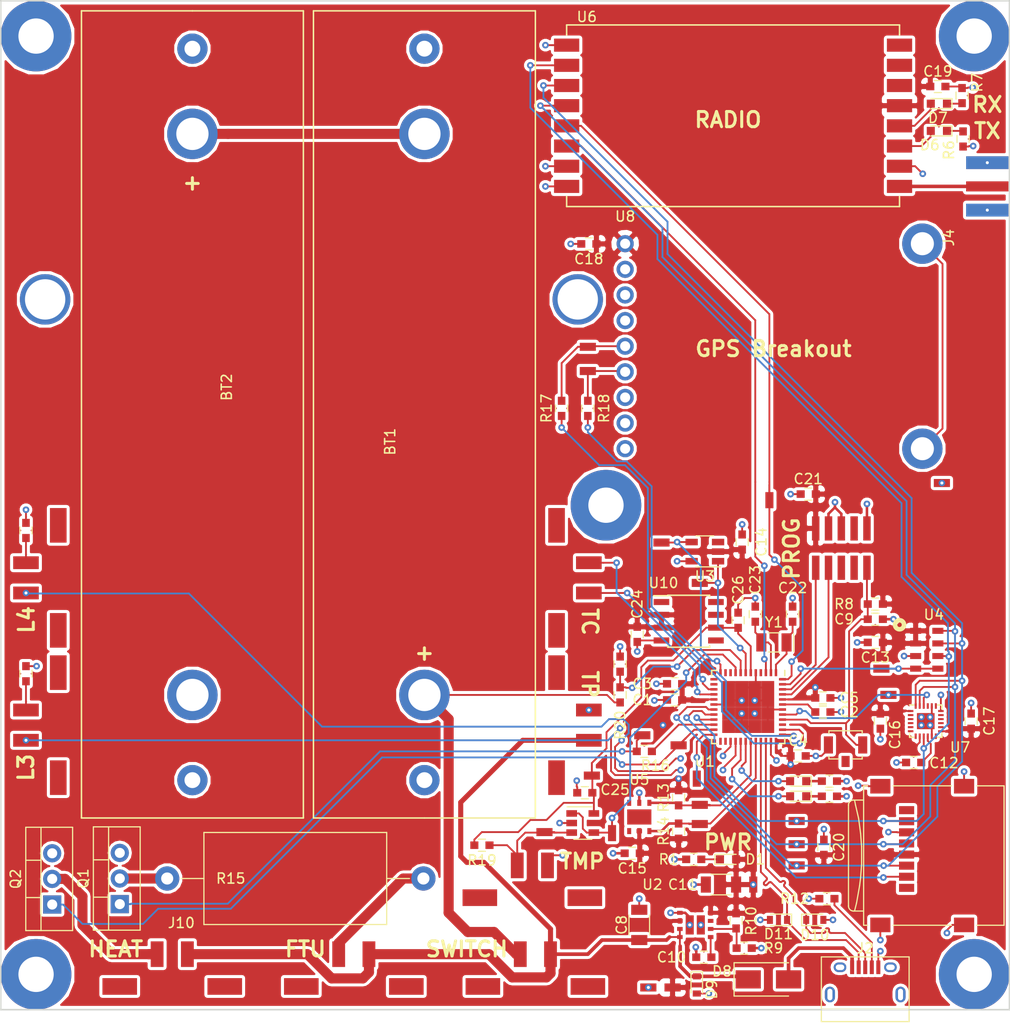
<source format=kicad_pcb>
(kicad_pcb (version 4) (host pcbnew 4.0.7)
  (layers (0 F.Cu signal) (1 In1.Cu signal) (2 In2.Cu signal) (31 B.Cu signal) (34 B.Paste user) (35 F.Paste user) (36 B.SilkS user) (37 F.SilkS user) (38 B.Mask user) (39 F.Mask user) (44 Edge.Cuts user))
  (net 0 "")
  (net 1 VBAT)
  (net 2 "Net-(BT1-Pad2)")
  (net 3 GND)
  (net 4 3V3)
  (net 5 /VDDCORE)
  (net 6 VIN)
  (net 7 /nRESET)
  (net 8 "Net-(C10-Pad1)")
  (net 9 "Net-(C12-Pad2)")
  (net 10 "Net-(C22-Pad1)")
  (net 11 "Net-(C23-Pad1)")
  (net 12 "Net-(D1-Pad1)")
  (net 13 /LED_1)
  (net 14 "Net-(D2-Pad1)")
  (net 15 /LED_2)
  (net 16 "Net-(D3-Pad1)")
  (net 17 /LED_3)
  (net 18 /LED_4)
  (net 19 /RADIO_TX)
  (net 20 "Net-(D6-Pad1)")
  (net 21 /RADIO_RX)
  (net 22 "Net-(D7-Pad1)")
  (net 23 "Net-(D8-Pad2)")
  (net 24 /USB_P)
  (net 25 /USB_N)
  (net 26 /SWDIO)
  (net 27 /SWCLK)
  (net 28 "Net-(J1-Pad3)")
  (net 29 "Net-(J1-Pad4)")
  (net 30 "Net-(J1-Pad9)")
  (net 31 "Net-(J2-Pad4)")
  (net 32 "Net-(J3-Pad8)")
  (net 33 /MISO)
  (net 34 /SCLK)
  (net 35 /MOSI)
  (net 36 /uSD_CS)
  (net 37 "Net-(J3-Pad1)")
  (net 38 "Net-(J4-Pad1)")
  (net 39 /FTU_FIRE)
  (net 40 "Net-(Q1-Pad2)")
  (net 41 "Net-(R10-Pad2)")
  (net 42 /HOST_EN)
  (net 43 /SDA)
  (net 44 /SCL)
  (net 45 "Net-(J6-Pad1)")
  (net 46 "Net-(U2-Pad3)")
  (net 47 /TMP_VOUT)
  (net 48 /TMP_nSHDN)
  (net 49 /BARO_CS)
  (net 50 /RADIO_CS)
  (net 51 /RADIO_INT)
  (net 52 "Net-(U6-Pad14)")
  (net 53 "Net-(U6-Pad16)")
  (net 54 "Net-(U6-Pad15)")
  (net 55 "Net-(U7-Pad7)")
  (net 56 "Net-(U7-Pad12)")
  (net 57 "Net-(U7-Pad19)")
  (net 58 "Net-(U7-Pad21)")
  (net 59 /MPU_CS)
  (net 60 "Net-(U8-Pad2)")
  (net 61 "Net-(U8-Pad3)")
  (net 62 "Net-(U8-Pad4)")
  (net 63 /RX)
  (net 64 /TX)
  (net 65 "Net-(U8-Pad8)")
  (net 66 "Net-(U8-Pad10)")
  (net 67 2V5)
  (net 68 "Net-(J7-Pad1)")
  (net 69 "Net-(J10-Pad1)")
  (net 70 "Net-(Q1-Pad1)")
  (net 71 /HEAT_ON)
  (net 72 "Net-(R17-Pad2)")
  (net 73 "Net-(R18-Pad2)")
  (net 74 /BAT_SENSE)
  (net 75 /THERM)
  (net 76 "Net-(U1-Pad25)")
  (net 77 "Net-(U1-Pad26)")
  (net 78 "Net-(U1-Pad4)")
  (net 79 "Net-(U1-Pad10)")
  (net 80 "Net-(U1-Pad11)")
  (net 81 "Net-(U1-Pad13)")
  (net 82 "Net-(U1-Pad14)")
  (net 83 /TX2)
  (net 84 /RX2)
  (net 85 "Net-(J11-Pad2)")
  (net 86 "Net-(J12-Pad2)")
  (module MASA:Zip_Tie_Hole (layer F.Cu) (at 104.4 79.6)
    (fp_text reference REF** hide)
    (fp_text value Zip_Tie_Hole hide)
    (pad 1 thru_hole circle (at 0 0) (size 5 5) (drill 4) (layers *.Cu *.Mask))
  )
  (module MASA:18650Holder (layer F.Cu) (at 142 91 90)
    (fp_text reference BT1 (at -2.7 -3.4 90) (layer F.SilkS))
    (fp_text value 18650b)
    (pad 1 thru_hole circle (at -27.805 0 90) (size 5 5) (drill 3.2) (layers *.Cu *.Mask) (net 1 VBAT))
    (pad 3 thru_hole circle (at -36.25 0 90) (size 3 3) (drill 1.57) (layers *.Cu *.Mask))
    (pad 2 thru_hole circle (at 27.805 0 90) (size 5 5) (drill 3.2) (layers *.Cu *.Mask) (net 2 "Net-(BT1-Pad2)"))
    (pad 3 thru_hole circle (at 36.25 0 90) (size 3 3) (drill 1.57) (layers *.Cu *.Mask))
  )
  (module MASA:18650Holder (layer F.Cu) (at 119 91 270)
    (fp_text reference BT2 (at -2.7 -3.4 270) (layer F.SilkS))
    (fp_text value 18650b)
    (pad 1 thru_hole circle (at -27.805 0 270) (size 5 5) (drill 3.2) (layers *.Cu *.Mask) (net 2 "Net-(BT1-Pad2)"))
    (pad 3 thru_hole circle (at -36.25 0 270) (size 3 3) (drill 1.57) (layers *.Cu *.Mask))
    (pad 2 thru_hole circle (at 27.805 0 270) (size 5 5) (drill 3.2) (layers *.Cu *.Mask) (net 3 GND))
    (pad 3 thru_hole circle (at 36.25 0 270) (size 3 3) (drill 1.57) (layers *.Cu *.Mask))
  )
  (module Capacitors_SMD:C_0603 (layer F.Cu) (at 166.8 119.3 180)
    (fp_text reference C1 (at 3.2 0 180) (layer F.SilkS))
    (fp_text value 1uF)
    (pad 2 smd rect (at 0.75 0 180) (size 0.8 0.75) (layers F.Cu F.Paste F.Mask) (net 3 GND))
    (pad 1 smd rect (at -0.75 0 180) (size 0.8 0.75) (layers F.Cu F.Paste F.Mask) (net 4 3V3))
  )
  (module Capacitors_SMD:C_0603 (layer F.Cu) (at 181.5 120.5)
    (fp_text reference C2 (at 2.6 0) (layer F.SilkS))
    (fp_text value 100nF)
    (pad 2 smd rect (at 0.75 0) (size 0.8 0.75) (layers F.Cu F.Paste F.Mask) (net 3 GND))
    (pad 1 smd rect (at -0.75 0) (size 0.8 0.75) (layers F.Cu F.Paste F.Mask) (net 5 /VDDCORE))
  )
  (module Capacitors_SMD:C_0603 (layer F.Cu) (at 166.8 117.7 180)
    (fp_text reference C3 (at 3.2 0 180) (layer F.SilkS))
    (fp_text value 100nF)
    (pad 2 smd rect (at 0.75 0 180) (size 0.8 0.75) (layers F.Cu F.Paste F.Mask) (net 3 GND))
    (pad 1 smd rect (at -0.75 0 180) (size 0.8 0.75) (layers F.Cu F.Paste F.Mask) (net 4 3V3))
  )
  (module Capacitors_SMD:C_0603 (layer F.Cu) (at 179.05 124.85)
    (fp_text reference C4 (at 0 -1.5) (layer F.SilkS))
    (fp_text value 100nF)
    (pad 2 smd rect (at 0.75 0) (size 0.8 0.75) (layers F.Cu F.Paste F.Mask) (net 3 GND))
    (pad 1 smd rect (at -0.75 0) (size 0.8 0.75) (layers F.Cu F.Paste F.Mask) (net 4 3V3))
  )
  (module Capacitors_SMD:C_0603 (layer F.Cu) (at 181.5 119.1)
    (fp_text reference C5 (at 2.6 0) (layer F.SilkS))
    (fp_text value 100nF)
    (pad 2 smd rect (at 0.75 0) (size 0.8 0.75) (layers F.Cu F.Paste F.Mask) (net 3 GND))
    (pad 1 smd rect (at -0.75 0) (size 0.8 0.75) (layers F.Cu F.Paste F.Mask) (net 4 3V3))
  )
  (module Capacitors_SMD:C_1206 (layer F.Cu) (at 163.3 141.6 90)
    (fp_text reference C8 (at 0 -1.75 90) (layer F.SilkS))
    (fp_text value 22uF)
    (pad 1 smd rect (at -1.5 0 90) (size 1 1.6) (layers F.Cu F.Paste F.Mask) (net 6 VIN))
    (pad 2 smd rect (at 1.5 0 90) (size 1 1.6) (layers F.Cu F.Paste F.Mask) (net 3 GND))
  )
  (module Capacitors_SMD:C_0603 (layer F.Cu) (at 186.7 111.3)
    (fp_text reference C9 (at -3.1 0) (layer F.SilkS))
    (fp_text value 2.2uF)
    (pad 2 smd rect (at 0.75 0) (size 0.8 0.75) (layers F.Cu F.Paste F.Mask) (net 3 GND))
    (pad 1 smd rect (at -0.75 0) (size 0.8 0.75) (layers F.Cu F.Paste F.Mask) (net 7 /nRESET))
  )
  (module Capacitors_SMD:C_0603 (layer F.Cu) (at 169.7 144.8 180)
    (fp_text reference C10 (at 3.2 0 180) (layer F.SilkS))
    (fp_text value 3.3nF)
    (pad 2 smd rect (at 0.75 0 180) (size 0.8 0.75) (layers F.Cu F.Paste F.Mask) (net 3 GND))
    (pad 1 smd rect (at -0.75 0 180) (size 0.8 0.75) (layers F.Cu F.Paste F.Mask) (net 8 "Net-(C10-Pad1)"))
  )
  (module Capacitors_SMD:C_1206 (layer F.Cu) (at 171.4 137.6 180)
    (fp_text reference C11 (at 3.8 0 180) (layer F.SilkS))
    (fp_text value 22uF)
    (pad 1 smd rect (at -1.5 0 180) (size 1 1.6) (layers F.Cu F.Paste F.Mask) (net 4 3V3))
    (pad 2 smd rect (at 1.5 0 180) (size 1 1.6) (layers F.Cu F.Paste F.Mask) (net 3 GND))
  )
  (module Capacitors_SMD:C_0603 (layer F.Cu) (at 190.5 125.5)
    (fp_text reference C12 (at 3 0.05) (layer F.SilkS))
    (fp_text value 100nF)
    (pad 2 smd rect (at 0.75 0) (size 0.8 0.75) (layers F.Cu F.Paste F.Mask) (net 9 "Net-(C12-Pad2)"))
    (pad 1 smd rect (at -0.75 0) (size 0.8 0.75) (layers F.Cu F.Paste F.Mask) (net 3 GND))
  )
  (module Capacitors_SMD:C_0603 (layer F.Cu) (at 186.7 113.6 180)
    (fp_text reference C13 (at 0 -1.5 180) (layer F.SilkS))
    (fp_text value 100nF)
    (pad 2 smd rect (at 0.75 0 180) (size 0.8 0.75) (layers F.Cu F.Paste F.Mask) (net 3 GND))
    (pad 1 smd rect (at -0.75 0 180) (size 0.8 0.75) (layers F.Cu F.Paste F.Mask) (net 4 3V3))
  )
  (module Capacitors_SMD:C_0603 (layer F.Cu) (at 173.5 103.65 90)
    (fp_text reference C14 (at 0 1.9 90) (layer F.SilkS))
    (fp_text value 100nF)
    (pad 2 smd rect (at 0.75 0 90) (size 0.8 0.75) (layers F.Cu F.Paste F.Mask) (net 3 GND))
    (pad 1 smd rect (at -0.75 0 90) (size 0.8 0.75) (layers F.Cu F.Paste F.Mask) (net 4 3V3))
  )
  (module Capacitors_SMD:C_0603 (layer F.Cu) (at 162.6 134.5 180)
    (fp_text reference C15 (at 0 -1.5 180) (layer F.SilkS))
    (fp_text value 100nF)
    (pad 2 smd rect (at 0.75 0 180) (size 0.8 0.75) (layers F.Cu F.Paste F.Mask) (net 3 GND))
    (pad 1 smd rect (at -0.75 0 180) (size 0.8 0.75) (layers F.Cu F.Paste F.Mask) (net 4 3V3))
  )
  (module Capacitors_SMD:C_0603 (layer F.Cu) (at 187.2 121.4 270)
    (fp_text reference C16 (at 1.35 -1.45 270) (layer F.SilkS))
    (fp_text value 100nF)
    (pad 2 smd rect (at 0.75 0 270) (size 0.8 0.75) (layers F.Cu F.Paste F.Mask) (net 3 GND))
    (pad 1 smd rect (at -0.75 0 270) (size 0.8 0.75) (layers F.Cu F.Paste F.Mask) (net 4 3V3))
  )
  (module Capacitors_SMD:C_0603 (layer F.Cu) (at 196.2 121.4 90)
    (fp_text reference C17 (at 0 1.8 90) (layer F.SilkS))
    (fp_text value 100nF)
    (pad 2 smd rect (at 0.75 0 90) (size 0.8 0.75) (layers F.Cu F.Paste F.Mask) (net 3 GND))
    (pad 1 smd rect (at -0.75 0 90) (size 0.8 0.75) (layers F.Cu F.Paste F.Mask) (net 4 3V3))
  )
  (module Capacitors_SMD:C_0603 (layer F.Cu) (at 158.3 74.1 180)
    (fp_text reference C18 (at 0 -1.5 180) (layer F.SilkS))
    (fp_text value 100nF)
    (pad 2 smd rect (at 0.75 0 180) (size 0.8 0.75) (layers F.Cu F.Paste F.Mask) (net 3 GND))
    (pad 1 smd rect (at -0.75 0 180) (size 0.8 0.75) (layers F.Cu F.Paste F.Mask) (net 4 3V3))
  )
  (module Capacitors_SMD:C_0603 (layer F.Cu) (at 192.9 58.5)
    (fp_text reference C19 (at 0 -1.5) (layer F.SilkS))
    (fp_text value 100nF)
    (pad 2 smd rect (at 0.75 0) (size 0.8 0.75) (layers F.Cu F.Paste F.Mask) (net 3 GND))
    (pad 1 smd rect (at -0.75 0) (size 0.8 0.75) (layers F.Cu F.Paste F.Mask) (net 4 3V3))
  )
  (module Capacitors_SMD:C_0603 (layer F.Cu) (at 181.6 133.9 90)
    (fp_text reference C20 (at 0 1.5 90) (layer F.SilkS))
    (fp_text value 100nF)
    (pad 2 smd rect (at 0.75 0 90) (size 0.8 0.75) (layers F.Cu F.Paste F.Mask) (net 3 GND))
    (pad 1 smd rect (at -0.75 0 90) (size 0.8 0.75) (layers F.Cu F.Paste F.Mask) (net 4 3V3))
  )
  (module Capacitors_SMD:C_0603 (layer F.Cu) (at 180.05 98.9 180)
    (fp_text reference C21 (at 0 1.5 180) (layer F.SilkS))
    (fp_text value 100nF)
    (pad 2 smd rect (at 0.75 0 180) (size 0.8 0.75) (layers F.Cu F.Paste F.Mask) (net 3 GND))
    (pad 1 smd rect (at -0.75 0 180) (size 0.8 0.75) (layers F.Cu F.Paste F.Mask) (net 4 3V3))
  )
  (module Capacitors_SMD:C_0603 (layer F.Cu) (at 178.5 110.8 90)
    (fp_text reference C22 (at 2.6 0 360) (layer F.SilkS))
    (fp_text value 18pF)
    (pad 2 smd rect (at 0.75 0 90) (size 0.8 0.75) (layers F.Cu F.Paste F.Mask) (net 3 GND))
    (pad 1 smd rect (at -0.75 0 90) (size 0.8 0.75) (layers F.Cu F.Paste F.Mask) (net 10 "Net-(C22-Pad1)"))
  )
  (module Capacitors_SMD:C_0603 (layer F.Cu) (at 174.8 110.8 90)
    (fp_text reference C23 (at 3.4 0 270) (layer F.SilkS))
    (fp_text value 18pF)
    (pad 2 smd rect (at 0.75 0 90) (size 0.8 0.75) (layers F.Cu F.Paste F.Mask) (net 3 GND))
    (pad 1 smd rect (at -0.75 0 90) (size 0.8 0.75) (layers F.Cu F.Paste F.Mask) (net 11 "Net-(C23-Pad1)"))
  )
  (module LEDs:LED_0603 (layer F.Cu) (at 172.1 135.1)
    (fp_text reference D1 (at 2.7 0) (layer F.SilkS))
    (fp_text value LED)
    (pad 2 smd rect (at 0.8 0 180) (size 0.8 0.8) (layers F.Cu F.Paste F.Mask) (net 4 3V3))
    (pad 1 smd rect (at -0.8 0 180) (size 0.8 0.8) (layers F.Cu F.Paste F.Mask) (net 12 "Net-(D1-Pad1)"))
  )
  (module LEDs:LED_0603 (layer F.Cu) (at 179.05 128.85 180)
    (fp_text reference D2 hide)
    (fp_text value LED)
    (pad 2 smd rect (at 0.8 0) (size 0.8 0.8) (layers F.Cu F.Paste F.Mask) (net 13 /LED_1))
    (pad 1 smd rect (at -0.8 0) (size 0.8 0.8) (layers F.Cu F.Paste F.Mask) (net 14 "Net-(D2-Pad1)"))
  )
  (module LEDs:LED_0603 (layer F.Cu) (at 179.05 127.35 180)
    (fp_text reference D3 hide)
    (fp_text value LED)
    (pad 2 smd rect (at 0.8 0) (size 0.8 0.8) (layers F.Cu F.Paste F.Mask) (net 15 /LED_2))
    (pad 1 smd rect (at -0.8 0) (size 0.8 0.8) (layers F.Cu F.Paste F.Mask) (net 16 "Net-(D3-Pad1)"))
  )
  (module LEDs:LED_0603 (layer F.Cu) (at 193 62.9 180)
    (fp_text reference D6 (at 0.9 -1.4 180) (layer F.SilkS))
    (fp_text value LED)
    (pad 2 smd rect (at 0.8 0) (size 0.8 0.8) (layers F.Cu F.Paste F.Mask) (net 19 /RADIO_TX))
    (pad 1 smd rect (at -0.8 0) (size 0.8 0.8) (layers F.Cu F.Paste F.Mask) (net 20 "Net-(D6-Pad1)"))
  )
  (module LEDs:LED_0603 (layer F.Cu) (at 193 60.2 180)
    (fp_text reference D7 (at 0.1 -1.4 180) (layer F.SilkS))
    (fp_text value LED)
    (pad 2 smd rect (at 0.8 0) (size 0.8 0.8) (layers F.Cu F.Paste F.Mask) (net 21 /RADIO_RX))
    (pad 1 smd rect (at -0.8 0) (size 0.8 0.8) (layers F.Cu F.Paste F.Mask) (net 22 "Net-(D7-Pad1)"))
  )
  (module Diodes_SMD:D_SMA (layer F.Cu) (at 176.1 147)
    (fp_text reference D8 (at -4.6 -0.8) (layer F.SilkS))
    (fp_text value B130-13-F)
    (pad 1 smd rect (at -2 0) (size 2.5 1.8) (layers F.Cu F.Paste F.Mask) (net 6 VIN))
    (pad 2 smd rect (at 2 0) (size 2.5 1.8) (layers F.Cu F.Paste F.Mask) (net 23 "Net-(D8-Pad2)"))
  )
  (module Diodes_SMD:D_0603 (layer F.Cu) (at 169 147.55 270)
    (fp_text reference D9 (at 0.45 -1.5 270) (layer F.SilkS))
    (fp_text value CPDUR5V0HE-HF)
    (pad 1 smd rect (at -0.85 0 270) (size 0.6 0.8) (layers F.Cu F.Paste F.Mask) (net 6 VIN))
    (pad 2 smd rect (at 0.85 0 270) (size 0.6 0.8) (layers F.Cu F.Paste F.Mask) (net 3 GND))
  )
  (module Diodes_SMD:D_0603 (layer F.Cu) (at 180.7 141.1)
    (fp_text reference D10 (at 0 1.5) (layer F.SilkS))
    (fp_text value CPDUR5V0HE-HF)
    (pad 1 smd rect (at -0.85 0) (size 0.6 0.8) (layers F.Cu F.Paste F.Mask) (net 24 /USB_P))
    (pad 2 smd rect (at 0.85 0) (size 0.6 0.8) (layers F.Cu F.Paste F.Mask) (net 3 GND))
  )
  (module Diodes_SMD:D_0603 (layer F.Cu) (at 177.1 141.1 180)
    (fp_text reference D11 (at 0 -1.4 180) (layer F.SilkS))
    (fp_text value CPDUR5V0HE-HF)
    (pad 1 smd rect (at -0.85 0 180) (size 0.6 0.8) (layers F.Cu F.Paste F.Mask) (net 25 /USB_N))
    (pad 2 smd rect (at 0.85 0 180) (size 0.6 0.8) (layers F.Cu F.Paste F.Mask) (net 3 GND))
  )
  (module MASA:M50-3600542 (layer F.Cu) (at 180.79 104.25 90)
    (fp_text reference J1 hide)
    (fp_text value Conn_02x05)
    (pad 1 smd rect (at -1.95 0 90) (size 2.4 0.74) (layers F.Cu F.Paste F.Mask) (net 26 /SWDIO))
    (pad 2 smd rect (at -1.95 1.27 90) (size 2.4 0.74) (layers F.Cu F.Paste F.Mask) (net 27 /SWCLK))
    (pad 3 smd rect (at -1.95 2.54 90) (size 2.4 0.74) (layers F.Cu F.Paste F.Mask) (net 28 "Net-(J1-Pad3)"))
    (pad 4 smd rect (at -1.95 3.81 90) (size 2.4 0.74) (layers F.Cu F.Paste F.Mask) (net 29 "Net-(J1-Pad4)"))
    (pad 5 smd rect (at -1.95 5.08 90) (size 2.4 0.74) (layers F.Cu F.Paste F.Mask) (net 7 /nRESET))
    (pad 6 smd rect (at 1.95 0 90) (size 2.4 0.74) (layers F.Cu F.Paste F.Mask) (net 4 3V3))
    (pad 7 smd rect (at 1.95 1.27 90) (size 2.4 0.74) (layers F.Cu F.Paste F.Mask) (net 3 GND))
    (pad 8 smd rect (at 1.95 2.54 90) (size 2.4 0.74) (layers F.Cu F.Paste F.Mask) (net 3 GND))
    (pad 9 smd rect (at 1.95 3.81 90) (size 2.4 0.74) (layers F.Cu F.Paste F.Mask) (net 30 "Net-(J1-Pad9)"))
    (pad 10 smd rect (at 1.95 5.08 90) (size 2.4 0.74) (layers F.Cu F.Paste F.Mask) (net 3 GND))
  )
  (module Connectors:USB_Micro-B (layer F.Cu) (at 185.7 147.15)
    (fp_text reference J2 (at 0 -3.24) (layer F.SilkS))
    (fp_text value USB_OTG)
    (pad 1 smd rect (at -1.3 -1.35 90) (size 1.35 0.4) (layers F.Cu F.Paste F.Mask) (net 23 "Net-(D8-Pad2)"))
    (pad 2 smd rect (at -0.65 -1.35 90) (size 1.35 0.4) (layers F.Cu F.Paste F.Mask) (net 25 /USB_N))
    (pad 3 smd rect (at 0 -1.35 90) (size 1.35 0.4) (layers F.Cu F.Paste F.Mask) (net 24 /USB_P))
    (pad 4 smd rect (at 0.65 -1.35 90) (size 1.35 0.4) (layers F.Cu F.Paste F.Mask) (net 31 "Net-(J2-Pad4)"))
    (pad 5 smd rect (at 1.3 -1.35 90) (size 1.35 0.4) (layers F.Cu F.Paste F.Mask) (net 3 GND))
    (pad 6 thru_hole oval (at -2.5 -1.35 90) (size 0.95 1.25) (drill oval 0.55 0.85) (layers *.Cu *.Mask) (net 3 GND))
    (pad 6 thru_hole oval (at 2.5 -1.35 90) (size 0.95 1.25) (drill oval 0.55 0.85) (layers *.Cu *.Mask) (net 3 GND))
    (pad 6 thru_hole oval (at -3.5 1.35 90) (size 1.55 1) (drill oval 1.15 0.5) (layers *.Cu *.Mask) (net 3 GND))
    (pad 6 thru_hole oval (at 3.5 1.35 90) (size 1.55 1) (drill oval 1.15 0.5) (layers *.Cu *.Mask) (net 3 GND))
  )
  (module Connectors:microSD_Card_Receptacle_Wuerth_693072010801 (layer F.Cu) (at 192.5 134.725 90)
    (fp_text reference J3 hide)
    (fp_text value Micro_SD_Card)
    (pad 9 smd rect (at 6.875 -5.3 90) (size 1.45 2) (layers F.Cu F.Paste F.Mask) (net 3 GND))
    (pad 9 smd rect (at -6.875 -5.3 90) (size 1.45 2) (layers F.Cu F.Paste F.Mask) (net 3 GND))
    (pad 9 smd rect (at -6.875 3 90) (size 1.45 2) (layers F.Cu F.Paste F.Mask) (net 3 GND))
    (pad 9 smd rect (at 6.875 3 90) (size 1.45 2) (layers F.Cu F.Paste F.Mask) (net 3 GND))
    (pad 8 smd rect (at 4.5 -2.7 90) (size 0.8 1.5) (layers F.Cu F.Paste F.Mask) (net 32 "Net-(J3-Pad8)"))
    (pad 7 smd rect (at 3.4 -2.7 90) (size 0.8 1.5) (layers F.Cu F.Paste F.Mask) (net 33 /MISO))
    (pad 6 smd rect (at 2.3 -2.7 90) (size 0.8 1.5) (layers F.Cu F.Paste F.Mask) (net 3 GND))
    (pad 5 smd rect (at 1.2 -2.7 90) (size 0.8 1.5) (layers F.Cu F.Paste F.Mask) (net 34 /SCLK))
    (pad 4 smd rect (at 0.1 -2.7 90) (size 0.8 1.5) (layers F.Cu F.Paste F.Mask) (net 4 3V3))
    (pad 3 smd rect (at -1 -2.7 90) (size 0.8 1.5) (layers F.Cu F.Paste F.Mask) (net 35 /MOSI))
    (pad 2 smd rect (at -2.1 -2.7 90) (size 0.8 1.5) (layers F.Cu F.Paste F.Mask) (net 36 /uSD_CS))
    (pad 1 smd rect (at -3.2 -2.7 90) (size 0.8 1.5) (layers F.Cu F.Paste F.Mask) (net 37 "Net-(J3-Pad1)"))
  )
  (module MASA:EBAY_SMA (layer F.Cu) (at 197.8 68.4 270)
    (fp_text reference J4 (at 5.08 3.81 270) (layer F.SilkS))
    (fp_text value Edge_SMA)
    (pad 2 smd rect (at 2.35 0 270) (size 1.27 4.2) (layers F.Cu F.Paste F.Mask) (net 3 GND))
    (pad 2 smd rect (at -2.35 0 270) (size 1.27 4.2) (layers F.Cu F.Paste F.Mask) (net 3 GND))
    (pad 2 smd rect (at 2.35 0 270) (size 1.27 4.2) (layers B.Cu B.Paste B.Mask) (net 3 GND))
    (pad 2 smd rect (at -2.35 0 270) (size 1.27 4.2) (layers B.Cu B.Paste B.Mask) (net 3 GND))
    (pad 1 smd rect (at 0 0 270) (size 1 4.2) (layers F.Cu F.Paste F.Mask) (net 38 "Net-(J4-Pad1)"))
  )
  (module TO_SOT_Packages_THT:TO-220-3_Vertical (layer F.Cu) (at 111.8 139.54 90)
    (fp_text reference Q1 (at 2.54 -3.62 90) (layer F.SilkS))
    (fp_text value Q_NJFET_GDS)
    (pad 1 thru_hole rect (at 0 0 90) (size 1.8 1.8) (drill 1) (layers *.Cu *.Mask) (net 70 "Net-(Q1-Pad1)"))
    (pad 2 thru_hole oval (at 2.54 0 90) (size 1.8 1.8) (drill 1) (layers *.Cu *.Mask) (net 40 "Net-(Q1-Pad2)"))
    (pad 3 thru_hole oval (at 5.08 0 90) (size 1.8 1.8) (drill 1) (layers *.Cu *.Mask) (net 3 GND))
  )
  (module Capacitors_SMD:C_0603 (layer F.Cu) (at 168.7 135.1)
    (fp_text reference R1 (at -2.5 0) (layer F.SilkS))
    (fp_text value 330)
    (pad 2 smd rect (at 0.75 0) (size 0.8 0.75) (layers F.Cu F.Paste F.Mask) (net 12 "Net-(D1-Pad1)"))
    (pad 1 smd rect (at -0.75 0) (size 0.8 0.75) (layers F.Cu F.Paste F.Mask) (net 3 GND))
  )
  (module Capacitors_SMD:C_0603 (layer F.Cu) (at 182.15 128.85 180)
    (fp_text reference R2 hide)
    (fp_text value 330)
    (pad 2 smd rect (at 0.75 0 180) (size 0.8 0.75) (layers F.Cu F.Paste F.Mask) (net 14 "Net-(D2-Pad1)"))
    (pad 1 smd rect (at -0.75 0 180) (size 0.8 0.75) (layers F.Cu F.Paste F.Mask) (net 3 GND))
  )
  (module Capacitors_SMD:C_0603 (layer F.Cu) (at 182.15 127.35 180)
    (fp_text reference R3 hide)
    (fp_text value 330)
    (pad 2 smd rect (at 0.75 0 180) (size 0.8 0.75) (layers F.Cu F.Paste F.Mask) (net 16 "Net-(D3-Pad1)"))
    (pad 1 smd rect (at -0.75 0 180) (size 0.8 0.75) (layers F.Cu F.Paste F.Mask) (net 3 GND))
  )
  (module Capacitors_SMD:C_0603 (layer F.Cu) (at 195.4 63.7 90)
    (fp_text reference R6 (at -1.1 -1.4 90) (layer F.SilkS))
    (fp_text value 330)
    (pad 2 smd rect (at 0.75 0 90) (size 0.8 0.75) (layers F.Cu F.Paste F.Mask) (net 20 "Net-(D6-Pad1)"))
    (pad 1 smd rect (at -0.75 0 90) (size 0.8 0.75) (layers F.Cu F.Paste F.Mask) (net 3 GND))
  )
  (module Capacitors_SMD:C_0603 (layer F.Cu) (at 195.3 59.4 270)
    (fp_text reference R7 (at -1.3 -1.5 270) (layer F.SilkS))
    (fp_text value 330)
    (pad 2 smd rect (at 0.75 0 270) (size 0.8 0.75) (layers F.Cu F.Paste F.Mask) (net 22 "Net-(D7-Pad1)"))
    (pad 1 smd rect (at -0.75 0 270) (size 0.8 0.75) (layers F.Cu F.Paste F.Mask) (net 3 GND))
  )
  (module Capacitors_SMD:C_0603 (layer F.Cu) (at 186.7 109.8)
    (fp_text reference R8 (at -3.1 0) (layer F.SilkS))
    (fp_text value 10K)
    (pad 2 smd rect (at 0.75 0) (size 0.8 0.75) (layers F.Cu F.Paste F.Mask) (net 4 3V3))
    (pad 1 smd rect (at -0.75 0) (size 0.8 0.75) (layers F.Cu F.Paste F.Mask) (net 7 /nRESET))
  )
  (module Capacitors_SMD:C_0603 (layer F.Cu) (at 173.7 143.9 180)
    (fp_text reference R9 (at -2.9 0 180) (layer F.SilkS))
    (fp_text value 383K)
    (pad 2 smd rect (at 0.75 0 180) (size 0.8 0.75) (layers F.Cu F.Paste F.Mask) (net 41 "Net-(R10-Pad2)"))
    (pad 1 smd rect (at -0.75 0 180) (size 0.8 0.75) (layers F.Cu F.Paste F.Mask) (net 3 GND))
  )
  (module Capacitors_SMD:C_0603 (layer F.Cu) (at 172.9 141.2 270)
    (fp_text reference R10 (at 0 -1.5 270) (layer F.SilkS))
    (fp_text value 1.21M)
    (pad 2 smd rect (at 0.75 0 270) (size 0.8 0.75) (layers F.Cu F.Paste F.Mask) (net 41 "Net-(R10-Pad2)"))
    (pad 1 smd rect (at -0.75 0 270) (size 0.8 0.75) (layers F.Cu F.Paste F.Mask) (net 4 3V3))
  )
  (module Capacitors_SMD:C_0603 (layer F.Cu) (at 181.9 139)
    (fp_text reference R12 (at -3.2 0) (layer F.SilkS))
    (fp_text value DNP)
    (pad 2 smd rect (at 0.75 0) (size 0.8 0.75) (layers F.Cu F.Paste F.Mask) (net 31 "Net-(J2-Pad4)"))
    (pad 1 smd rect (at -0.75 0) (size 0.8 0.75) (layers F.Cu F.Paste F.Mask) (net 3 GND))
  )
  (module Capacitors_SMD:C_0603 (layer F.Cu) (at 167.2 129 90)
    (fp_text reference R13 (at 0 -1.5 90) (layer F.SilkS))
    (fp_text value 3.3K)
    (pad 2 smd rect (at 0.75 0 90) (size 0.8 0.75) (layers F.Cu F.Paste F.Mask) (net 4 3V3))
    (pad 1 smd rect (at -0.75 0 90) (size 0.8 0.75) (layers F.Cu F.Paste F.Mask) (net 43 /SDA))
  )
  (module Capacitors_SMD:C_0603 (layer F.Cu) (at 167.2 132.3 270)
    (fp_text reference R14 (at 0 1.5 270) (layer F.SilkS))
    (fp_text value 3.3K)
    (pad 2 smd rect (at 0.75 0 270) (size 0.8 0.75) (layers F.Cu F.Paste F.Mask) (net 4 3V3))
    (pad 1 smd rect (at -0.75 0 270) (size 0.8 0.75) (layers F.Cu F.Paste F.Mask) (net 44 /SCL))
  )
  (module Resistors_THT:R_Axial_DIN0918_L18.0mm_D9.0mm_P25.40mm_Horizontal (layer F.Cu) (at 116.5 137)
    (fp_text reference R15 (at 6.3 0) (layer F.SilkS))
    (fp_text value 470m)
    (pad 1 thru_hole circle (at 0 0) (size 2.4 2.4) (drill 1.2) (layers *.Cu *.Mask) (net 40 "Net-(Q1-Pad2)"))
    (pad 2 thru_hole oval (at 25.4 0) (size 2.4 2.4) (drill 1.2) (layers *.Cu *.Mask) (net 45 "Net-(J6-Pad1)"))
  )
  (module Housings_DFN_QFN:QFN-48-1EP_7x7mm_Pitch0.5mm (layer F.Cu) (at 174.1 120 270)
    (fp_text reference U1 (at 5.4 4.3 360) (layer F.SilkS))
    (fp_text value SAMD21G18A)
    (pad 1 smd rect (at -3.4 -2.75 270) (size 0.7 0.25) (layers F.Cu F.Paste F.Mask) (net 10 "Net-(C22-Pad1)"))
    (pad 2 smd rect (at -3.4 -2.25 270) (size 0.7 0.25) (layers F.Cu F.Paste F.Mask) (net 11 "Net-(C23-Pad1)"))
    (pad 3 smd rect (at -3.4 -1.75 270) (size 0.7 0.25) (layers F.Cu F.Paste F.Mask) (net 51 /RADIO_INT))
    (pad 4 smd rect (at -3.4 -1.25 270) (size 0.7 0.25) (layers F.Cu F.Paste F.Mask) (net 78 "Net-(U1-Pad4)"))
    (pad 5 smd rect (at -3.4 -0.75 270) (size 0.7 0.25) (layers F.Cu F.Paste F.Mask) (net 3 GND))
    (pad 6 smd rect (at -3.4 -0.25 270) (size 0.7 0.25) (layers F.Cu F.Paste F.Mask) (net 67 2V5))
    (pad 7 smd rect (at -3.4 0.25 270) (size 0.7 0.25) (layers F.Cu F.Paste F.Mask) (net 47 /TMP_VOUT))
    (pad 8 smd rect (at -3.4 0.75 270) (size 0.7 0.25) (layers F.Cu F.Paste F.Mask) (net 74 /BAT_SENSE))
    (pad 9 smd rect (at -3.4 1.25 270) (size 0.7 0.25) (layers F.Cu F.Paste F.Mask) (net 75 /THERM))
    (pad 10 smd rect (at -3.4 1.75 270) (size 0.7 0.25) (layers F.Cu F.Paste F.Mask) (net 79 "Net-(U1-Pad10)"))
    (pad 11 smd rect (at -3.4 2.25 270) (size 0.7 0.25) (layers F.Cu F.Paste F.Mask) (net 80 "Net-(U1-Pad11)"))
    (pad 12 smd rect (at -3.4 2.75 270) (size 0.7 0.25) (layers F.Cu F.Paste F.Mask) (net 48 /TMP_nSHDN))
    (pad 13 smd rect (at -2.75 3.4) (size 0.7 0.25) (layers F.Cu F.Paste F.Mask) (net 81 "Net-(U1-Pad13)"))
    (pad 14 smd rect (at -2.25 3.4) (size 0.7 0.25) (layers F.Cu F.Paste F.Mask) (net 82 "Net-(U1-Pad14)"))
    (pad 15 smd rect (at -1.75 3.4) (size 0.7 0.25) (layers F.Cu F.Paste F.Mask) (net 84 /RX2))
    (pad 16 smd rect (at -1.25 3.4) (size 0.7 0.25) (layers F.Cu F.Paste F.Mask) (net 83 /TX2))
    (pad 17 smd rect (at -0.75 3.4) (size 0.7 0.25) (layers F.Cu F.Paste F.Mask) (net 4 3V3))
    (pad 18 smd rect (at -0.25 3.4) (size 0.7 0.25) (layers F.Cu F.Paste F.Mask) (net 3 GND))
    (pad 19 smd rect (at 0.25 3.4) (size 0.7 0.25) (layers F.Cu F.Paste F.Mask) (net 35 /MOSI))
    (pad 20 smd rect (at 0.75 3.4) (size 0.7 0.25) (layers F.Cu F.Paste F.Mask) (net 34 /SCLK))
    (pad 21 smd rect (at 1.25 3.4) (size 0.7 0.25) (layers F.Cu F.Paste F.Mask) (net 33 /MISO))
    (pad 22 smd rect (at 1.75 3.4) (size 0.7 0.25) (layers F.Cu F.Paste F.Mask) (net 39 /FTU_FIRE))
    (pad 23 smd rect (at 2.25 3.4) (size 0.7 0.25) (layers F.Cu F.Paste F.Mask) (net 71 /HEAT_ON))
    (pad 24 smd rect (at 2.75 3.4) (size 0.7 0.25) (layers F.Cu F.Paste F.Mask) (net 36 /uSD_CS))
    (pad 25 smd rect (at 3.4 2.75 270) (size 0.7 0.25) (layers F.Cu F.Paste F.Mask) (net 76 "Net-(U1-Pad25)"))
    (pad 26 smd rect (at 3.4 2.25 270) (size 0.7 0.25) (layers F.Cu F.Paste F.Mask) (net 77 "Net-(U1-Pad26)"))
    (pad 27 smd rect (at 3.4 1.75 270) (size 0.7 0.25) (layers F.Cu F.Paste F.Mask) (net 18 /LED_4))
    (pad 28 smd rect (at 3.4 1.25 270) (size 0.7 0.25) (layers F.Cu F.Paste F.Mask) (net 17 /LED_3))
    (pad 29 smd rect (at 3.4 0.75 270) (size 0.7 0.25) (layers F.Cu F.Paste F.Mask) (net 13 /LED_1))
    (pad 30 smd rect (at 3.4 0.25 270) (size 0.7 0.25) (layers F.Cu F.Paste F.Mask) (net 15 /LED_2))
    (pad 31 smd rect (at 3.4 -0.25 270) (size 0.7 0.25) (layers F.Cu F.Paste F.Mask) (net 43 /SDA))
    (pad 32 smd rect (at 3.4 -0.75 270) (size 0.7 0.25) (layers F.Cu F.Paste F.Mask) (net 44 /SCL))
    (pad 33 smd rect (at 3.4 -1.25 270) (size 0.7 0.25) (layers F.Cu F.Paste F.Mask) (net 25 /USB_N))
    (pad 34 smd rect (at 3.4 -1.75 270) (size 0.7 0.25) (layers F.Cu F.Paste F.Mask) (net 24 /USB_P))
    (pad 35 smd rect (at 3.4 -2.25 270) (size 0.7 0.25) (layers F.Cu F.Paste F.Mask) (net 3 GND))
    (pad 36 smd rect (at 3.4 -2.75 270) (size 0.7 0.25) (layers F.Cu F.Paste F.Mask) (net 4 3V3))
    (pad 37 smd rect (at 2.75 -3.4) (size 0.7 0.25) (layers F.Cu F.Paste F.Mask) (net 64 /TX))
    (pad 38 smd rect (at 2.25 -3.4) (size 0.7 0.25) (layers F.Cu F.Paste F.Mask) (net 63 /RX))
    (pad 39 smd rect (at 1.75 -3.4) (size 0.7 0.25) (layers F.Cu F.Paste F.Mask) (net 42 /HOST_EN))
    (pad 40 smd rect (at 1.25 -3.4) (size 0.7 0.25) (layers F.Cu F.Paste F.Mask) (net 7 /nRESET))
    (pad 41 smd rect (at 0.75 -3.4) (size 0.7 0.25) (layers F.Cu F.Paste F.Mask) (net 59 /MPU_CS))
    (pad 42 smd rect (at 0.25 -3.4) (size 0.7 0.25) (layers F.Cu F.Paste F.Mask) (net 3 GND))
    (pad 43 smd rect (at -0.25 -3.4) (size 0.7 0.25) (layers F.Cu F.Paste F.Mask) (net 5 /VDDCORE))
    (pad 44 smd rect (at -0.75 -3.4) (size 0.7 0.25) (layers F.Cu F.Paste F.Mask) (net 4 3V3))
    (pad 45 smd rect (at -1.25 -3.4) (size 0.7 0.25) (layers F.Cu F.Paste F.Mask) (net 27 /SWCLK))
    (pad 46 smd rect (at -1.75 -3.4) (size 0.7 0.25) (layers F.Cu F.Paste F.Mask) (net 26 /SWDIO))
    (pad 47 smd rect (at -2.25 -3.4) (size 0.7 0.25) (layers F.Cu F.Paste F.Mask) (net 49 /BARO_CS))
    (pad 48 smd rect (at -2.75 -3.4) (size 0.7 0.25) (layers F.Cu F.Paste F.Mask) (net 50 /RADIO_CS))
    (pad 49 smd rect (at 1.93125 1.93125 270) (size 1.2875 1.2875) (layers F.Cu F.Paste F.Mask) (net 3 GND))
    (pad 49 smd rect (at 1.93125 0.64375 270) (size 1.2875 1.2875) (layers F.Cu F.Paste F.Mask) (net 3 GND))
    (pad 49 smd rect (at 1.93125 -0.64375 270) (size 1.2875 1.2875) (layers F.Cu F.Paste F.Mask) (net 3 GND))
    (pad 49 smd rect (at 1.93125 -1.93125 270) (size 1.2875 1.2875) (layers F.Cu F.Paste F.Mask) (net 3 GND))
    (pad 49 smd rect (at 0.64375 1.93125 270) (size 1.2875 1.2875) (layers F.Cu F.Paste F.Mask) (net 3 GND))
    (pad 49 smd rect (at 0.64375 0.64375 270) (size 1.2875 1.2875) (layers F.Cu F.Paste F.Mask) (net 3 GND))
    (pad 49 smd rect (at 0.64375 -0.64375 270) (size 1.2875 1.2875) (layers F.Cu F.Paste F.Mask) (net 3 GND))
    (pad 49 smd rect (at 0.64375 -1.93125 270) (size 1.2875 1.2875) (layers F.Cu F.Paste F.Mask) (net 3 GND))
    (pad 49 smd rect (at -0.64375 1.93125 270) (size 1.2875 1.2875) (layers F.Cu F.Paste F.Mask) (net 3 GND))
    (pad 49 smd rect (at -0.64375 0.64375 270) (size 1.2875 1.2875) (layers F.Cu F.Paste F.Mask) (net 3 GND))
    (pad 49 smd rect (at -0.64375 -0.64375 270) (size 1.2875 1.2875) (layers F.Cu F.Paste F.Mask) (net 3 GND))
    (pad 49 smd rect (at -0.64375 -1.93125 270) (size 1.2875 1.2875) (layers F.Cu F.Paste F.Mask) (net 3 GND))
    (pad 49 smd rect (at -1.93125 1.93125 270) (size 1.2875 1.2875) (layers F.Cu F.Paste F.Mask) (net 3 GND))
    (pad 49 smd rect (at -1.93125 0.64375 270) (size 1.2875 1.2875) (layers F.Cu F.Paste F.Mask) (net 3 GND))
    (pad 49 smd rect (at -1.93125 -0.64375 270) (size 1.2875 1.2875) (layers F.Cu F.Paste F.Mask) (net 3 GND))
    (pad 49 smd rect (at -1.93125 -1.93125 270) (size 1.2875 1.2875) (layers F.Cu F.Paste F.Mask) (net 3 GND))
  )
  (module MASA:LMZ21701 (layer F.Cu) (at 168.85 142.8 180)
    (fp_text reference U2 (at 4.25 5.2 180) (layer F.SilkS))
    (fp_text value LMZ21701)
    (pad 1 smd rect (at -1.525 0 180) (size 0.55 0.4) (layers F.Cu F.Paste F.Mask) (net 8 "Net-(C10-Pad1)"))
    (pad 2 smd rect (at -1.525 0.8 180) (size 0.55 0.4) (layers F.Cu F.Paste F.Mask) (net 41 "Net-(R10-Pad2)"))
    (pad 3 smd rect (at -1.525 1.6 180) (size 0.55 0.4) (layers F.Cu F.Paste F.Mask) (net 46 "Net-(U2-Pad3)"))
    (pad 4 smd rect (at -1.525 2.4 180) (size 0.55 0.4) (layers F.Cu F.Paste F.Mask) (net 4 3V3))
    (pad 8 smd rect (at 1.525 0 180) (size 0.55 0.4) (layers F.Cu F.Paste F.Mask) (net 6 VIN))
    (pad 6 smd rect (at 1.525 1.6 180) (size 0.55 0.4) (layers F.Cu F.Paste F.Mask) (net 4 3V3))
    (pad 5 smd rect (at 1.525 2.4 180) (size 0.55 0.4) (layers F.Cu F.Paste F.Mask) (net 3 GND))
    (pad 7 smd rect (at 1.525 0.8 180) (size 0.55 0.4) (layers F.Cu F.Paste F.Mask) (net 6 VIN))
    (pad 5 smd rect (at -0.55 1.2 180) (size 0.8 1.9) (layers F.Cu F.Paste F.Mask) (net 3 GND))
    (pad 5 smd rect (at 0.55 1.2 180) (size 0.8 1.9) (layers F.Cu F.Paste F.Mask) (net 3 GND))
  )
  (module TO_SOT_Packages_SMD:TSOT-23-5 (layer F.Cu) (at 169.8 104.6 180)
    (fp_text reference U3 (at 0 -2.45 180) (layer F.SilkS))
    (fp_text value TMP36)
    (pad 1 smd rect (at -1.31 -0.95 180) (size 1.22 0.65) (layers F.Cu F.Paste F.Mask) (net 47 /TMP_VOUT))
    (pad 2 smd rect (at -1.31 0 180) (size 1.22 0.65) (layers F.Cu F.Paste F.Mask) (net 4 3V3))
    (pad 3 smd rect (at -1.31 0.95 180) (size 1.22 0.65) (layers F.Cu F.Paste F.Mask))
    (pad 4 smd rect (at 1.31 0.95 180) (size 1.22 0.65) (layers F.Cu F.Paste F.Mask) (net 48 /TMP_nSHDN))
    (pad 5 smd rect (at 1.31 -0.95 180) (size 1.22 0.65) (layers F.Cu F.Paste F.Mask) (net 3 GND))
  )
  (module MASA:MS5607 (layer F.Cu) (at 191.8 112.45)
    (fp_text reference U4 (at 0.7 -1.6) (layer F.SilkS))
    (fp_text value MS5607)
    (pad 1 smd rect (at -1.1 0) (size 1.1 0.6) (layers F.Cu F.Paste F.Mask) (net 4 3V3))
    (pad 2 smd rect (at -1.1 1.25) (size 1.1 0.6) (layers F.Cu F.Paste F.Mask) (net 4 3V3))
    (pad 3 smd rect (at -1.1 2.5) (size 1.1 0.6) (layers F.Cu F.Paste F.Mask) (net 3 GND))
    (pad 4 smd rect (at -1.1 3.75) (size 1.1 0.6) (layers F.Cu F.Paste F.Mask) (net 49 /BARO_CS))
    (pad 5 smd rect (at 1.1 3.75) (size 1.1 0.6) (layers F.Cu F.Paste F.Mask) (net 49 /BARO_CS))
    (pad 6 smd rect (at 1.1 2.5) (size 1.1 0.6) (layers F.Cu F.Paste F.Mask) (net 33 /MISO))
    (pad 7 smd rect (at 1.1 1.25) (size 1.1 0.6) (layers F.Cu F.Paste F.Mask) (net 35 /MOSI))
    (pad 8 smd rect (at 1.1 0) (size 1.1 0.6) (layers F.Cu F.Paste F.Mask) (net 34 /SCLK))
  )
  (module MASA:WSON-6 (layer F.Cu) (at 163.3 130.9 270)
    (fp_text reference U5 (at -3.7 0 360) (layer F.SilkS))
    (fp_text value HDC1080)
    (pad 2 smd rect (at -1.4 0 270) (size 0.6 0.4) (layers F.Cu F.Paste F.Mask) (net 3 GND))
    (pad 1 smd rect (at -1.4 -1 270) (size 0.6 0.4) (layers F.Cu F.Paste F.Mask) (net 43 /SDA))
    (pad 3 smd rect (at -1.4 1 270) (size 0.6 0.4) (layers F.Cu F.Paste F.Mask))
    (pad 5 smd rect (at 1.4 0 270) (size 0.6 0.4) (layers F.Cu F.Paste F.Mask) (net 4 3V3))
    (pad 6 smd rect (at 1.4 -1 270) (size 0.6 0.4) (layers F.Cu F.Paste F.Mask) (net 44 /SCL))
    (pad 4 smd rect (at 1.4 1 270) (size 0.6 0.4) (layers F.Cu F.Paste F.Mask))
    (pad 7 smd rect (at 0 0 270) (size 1.5 2.4) (layers F.Cu F.Paste F.Mask))
  )
  (module MASA:RFM23BP (layer F.Cu) (at 156.1 54.4)
    (fp_text reference U6 (at 2 -2.8) (layer F.SilkS))
    (fp_text value RFM23BP)
    (pad 1 smd rect (at 0 0) (size 2.5 1.3) (layers F.Cu F.Paste F.Mask) (net 3 GND))
    (pad 2 smd rect (at 0 2) (size 2.5 1.3) (layers F.Cu F.Paste F.Mask) (net 33 /MISO))
    (pad 3 smd rect (at 0 4) (size 2.5 1.3) (layers F.Cu F.Paste F.Mask) (net 35 /MOSI))
    (pad 4 smd rect (at 0 6) (size 2.5 1.3) (layers F.Cu F.Paste F.Mask) (net 34 /SCLK))
    (pad 5 smd rect (at 0 8) (size 2.5 1.3) (layers F.Cu F.Paste F.Mask) (net 50 /RADIO_CS))
    (pad 6 smd rect (at 0 10) (size 2.5 1.3) (layers F.Cu F.Paste F.Mask) (net 51 /RADIO_INT))
    (pad 7 smd rect (at 0 12) (size 2.5 1.3) (layers F.Cu F.Paste F.Mask) (net 3 GND))
    (pad 8 smd rect (at 0 14) (size 2.5 1.3) (layers F.Cu F.Paste F.Mask) (net 3 GND))
    (pad 14 smd rect (at 33 4) (size 2.5 1.3) (layers F.Cu F.Paste F.Mask) (net 52 "Net-(U6-Pad14)"))
    (pad 16 smd rect (at 33 0) (size 2.5 1.3) (layers F.Cu F.Paste F.Mask) (net 53 "Net-(U6-Pad16)"))
    (pad 15 smd rect (at 33 2) (size 2.5 1.3) (layers F.Cu F.Paste F.Mask) (net 54 "Net-(U6-Pad15)"))
    (pad 13 smd rect (at 33 6) (size 2.5 1.3) (layers F.Cu F.Paste F.Mask) (net 4 3V3))
    (pad 11 smd rect (at 33 10) (size 2.5 1.3) (layers F.Cu F.Paste F.Mask) (net 19 /RADIO_TX))
    (pad 10 smd rect (at 33 12) (size 2.5 1.3) (layers F.Cu F.Paste F.Mask) (net 3 GND))
    (pad 12 smd rect (at 33 8) (size 2.5 1.3) (layers F.Cu F.Paste F.Mask) (net 21 /RADIO_RX))
    (pad 9 smd rect (at 33 14) (size 2.5 1.3) (layers F.Cu F.Paste F.Mask) (net 38 "Net-(J4-Pad1)"))
  )
  (module Housings_DFN_QFN:QFN-24-1EP_3x3mm_Pitch0.4mm (layer F.Cu) (at 191.7 121.4)
    (fp_text reference U7 (at 3.4 2.6) (layer F.SilkS))
    (fp_text value MPU9250)
    (pad 1 smd rect (at -1.5 -1) (size 0.55 0.2) (layers F.Cu F.Paste F.Mask) (net 4 3V3))
    (pad 2 smd rect (at -1.5 -0.6) (size 0.55 0.2) (layers F.Cu F.Paste F.Mask))
    (pad 3 smd rect (at -1.5 -0.2) (size 0.55 0.2) (layers F.Cu F.Paste F.Mask))
    (pad 4 smd rect (at -1.5 0.2) (size 0.55 0.2) (layers F.Cu F.Paste F.Mask))
    (pad 5 smd rect (at -1.5 0.6) (size 0.55 0.2) (layers F.Cu F.Paste F.Mask))
    (pad 6 smd rect (at -1.5 1) (size 0.55 0.2) (layers F.Cu F.Paste F.Mask))
    (pad 7 smd rect (at -1 1.5 90) (size 0.55 0.2) (layers F.Cu F.Paste F.Mask) (net 55 "Net-(U7-Pad7)"))
    (pad 8 smd rect (at -0.6 1.5 90) (size 0.55 0.2) (layers F.Cu F.Paste F.Mask) (net 4 3V3))
    (pad 9 smd rect (at -0.2 1.5 90) (size 0.55 0.2) (layers F.Cu F.Paste F.Mask) (net 33 /MISO))
    (pad 10 smd rect (at 0.2 1.5 90) (size 0.55 0.2) (layers F.Cu F.Paste F.Mask) (net 9 "Net-(C12-Pad2)"))
    (pad 11 smd rect (at 0.6 1.5 90) (size 0.55 0.2) (layers F.Cu F.Paste F.Mask) (net 3 GND))
    (pad 12 smd rect (at 1 1.5 90) (size 0.55 0.2) (layers F.Cu F.Paste F.Mask) (net 56 "Net-(U7-Pad12)"))
    (pad 13 smd rect (at 1.5 1) (size 0.55 0.2) (layers F.Cu F.Paste F.Mask) (net 4 3V3))
    (pad 14 smd rect (at 1.5 0.6) (size 0.55 0.2) (layers F.Cu F.Paste F.Mask))
    (pad 15 smd rect (at 1.5 0.2) (size 0.55 0.2) (layers F.Cu F.Paste F.Mask))
    (pad 16 smd rect (at 1.5 -0.2) (size 0.55 0.2) (layers F.Cu F.Paste F.Mask))
    (pad 17 smd rect (at 1.5 -0.6) (size 0.55 0.2) (layers F.Cu F.Paste F.Mask))
    (pad 18 smd rect (at 1.5 -1) (size 0.55 0.2) (layers F.Cu F.Paste F.Mask) (net 3 GND))
    (pad 19 smd rect (at 1 -1.5 90) (size 0.55 0.2) (layers F.Cu F.Paste F.Mask) (net 57 "Net-(U7-Pad19)"))
    (pad 20 smd rect (at 0.6 -1.5 90) (size 0.55 0.2) (layers F.Cu F.Paste F.Mask) (net 3 GND))
    (pad 21 smd rect (at 0.2 -1.5 90) (size 0.55 0.2) (layers F.Cu F.Paste F.Mask) (net 58 "Net-(U7-Pad21)"))
    (pad 22 smd rect (at -0.2 -1.5 90) (size 0.55 0.2) (layers F.Cu F.Paste F.Mask) (net 59 /MPU_CS))
    (pad 23 smd rect (at -0.6 -1.5 90) (size 0.55 0.2) (layers F.Cu F.Paste F.Mask) (net 34 /SCLK))
    (pad 24 smd rect (at -1 -1.5 90) (size 0.55 0.2) (layers F.Cu F.Paste F.Mask) (net 35 /MOSI))
    (pad 25 smd rect (at 0.435 0.4) (size 0.875 0.8) (layers F.Cu F.Paste F.Mask) (net 3 GND))
    (pad 25 smd rect (at 0.435 -0.4) (size 0.875 0.8) (layers F.Cu F.Paste F.Mask) (net 3 GND))
    (pad 25 smd rect (at -0.435 0.4) (size 0.875 0.8) (layers F.Cu F.Paste F.Mask) (net 3 GND))
    (pad 25 smd rect (at -0.435 -0.4) (size 0.875 0.8) (layers F.Cu F.Paste F.Mask) (net 3 GND))
  )
  (module MASA:UltimateGPS (layer F.Cu) (at 161.9 74.08)
    (fp_text reference U8 (at 0 -2.7) (layer F.SilkS))
    (fp_text value UltimateGPS)
    (pad 1 thru_hole circle (at 0 0) (size 1.7 1.7) (drill 1) (layers *.Cu *.Mask) (net 4 3V3))
    (pad 2 thru_hole circle (at 0 2.54) (size 1.7 1.7) (drill 1) (layers *.Cu *.Mask) (net 60 "Net-(U8-Pad2)"))
    (pad 3 thru_hole circle (at 0 5.08) (size 1.7 1.7) (drill 1) (layers *.Cu *.Mask) (net 61 "Net-(U8-Pad3)"))
    (pad 4 thru_hole circle (at 0 7.62) (size 1.7 1.7) (drill 1) (layers *.Cu *.Mask) (net 62 "Net-(U8-Pad4)"))
    (pad 5 thru_hole circle (at 0 10.16) (size 1.7 1.7) (drill 1) (layers *.Cu *.Mask) (net 72 "Net-(R17-Pad2)"))
    (pad 6 thru_hole circle (at 0 12.7) (size 1.7 1.7) (drill 1) (layers *.Cu *.Mask) (net 73 "Net-(R18-Pad2)"))
    (pad 7 thru_hole circle (at 0 15.24) (size 1.7 1.7) (drill 1) (layers *.Cu *.Mask) (net 3 GND))
    (pad 8 thru_hole circle (at 0 17.78) (size 1.7 1.7) (drill 1) (layers *.Cu *.Mask) (net 65 "Net-(U8-Pad8)"))
    (pad 9 thru_hole circle (at 0 20.32) (size 1.7 1.7) (drill 1) (layers *.Cu *.Mask))
    (pad 10 thru_hole circle (at 29.464 0) (size 4 4) (drill 2.286) (layers *.Cu *.Mask) (net 66 "Net-(U8-Pad10)"))
    (pad 10 thru_hole circle (at 29.464 20.32) (size 4 4) (drill 2.286) (layers *.Cu *.Mask) (net 66 "Net-(U8-Pad10)"))
  )
  (module Crystals:Crystal_SMD_EuroQuartz_EQ161-2pin_3.2x1.5mm (layer F.Cu) (at 176.65 113.6 180)
    (fp_text reference Y1 (at 0 2 180) (layer F.SilkS))
    (fp_text value Crystal)
    (pad 1 smd rect (at -1.25 0 180) (size 1 1.8) (layers F.Cu F.Paste F.Mask) (net 10 "Net-(C22-Pad1)"))
    (pad 2 smd rect (at 1.25 0 180) (size 1 1.8) (layers F.Cu F.Paste F.Mask) (net 11 "Net-(C23-Pad1)"))
  )
  (module MASA:A33199CT-ND (layer F.Cu) (at 153 144.5)
    (fp_text reference J5 hide)
    (fp_text value Conn_01x02)
    (pad 1 smd rect (at -1.5 0) (size 1.27 2.54) (layers F.Cu F.Paste F.Mask) (net 1 VBAT))
    (pad 2 smd rect (at 1.5 0) (size 1.27 2.54) (layers F.Cu F.Paste F.Mask) (net 6 VIN))
    (pad 3 smd rect (at -5.205 3.2) (size 3.43 1.65) (layers F.Cu F.Paste F.Mask))
    (pad 3 smd rect (at 5.205 3.2) (size 3.43 1.65) (layers F.Cu F.Paste F.Mask))
  )
  (module MASA:A33199CT-ND (layer F.Cu) (at 135 144.5)
    (fp_text reference J6 hide)
    (fp_text value Conn_01x02)
    (pad 1 smd rect (at -1.5 0) (size 1.27 2.54) (layers F.Cu F.Paste F.Mask) (net 45 "Net-(J6-Pad1)"))
    (pad 2 smd rect (at 1.5 0) (size 1.27 2.54) (layers F.Cu F.Paste F.Mask) (net 6 VIN))
    (pad 3 smd rect (at -5.205 3.2) (size 3.43 1.65) (layers F.Cu F.Paste F.Mask))
    (pad 3 smd rect (at 5.205 3.2) (size 3.43 1.65) (layers F.Cu F.Paste F.Mask))
  )
  (module Capacitors_SMD:C_0603 (layer F.Cu) (at 163.1 112.8 270)
    (fp_text reference C24 (at -3 0 270) (layer F.SilkS))
    (fp_text value 1uF)
    (pad 2 smd rect (at 0.75 0 270) (size 0.8 0.75) (layers F.Cu F.Paste F.Mask) (net 3 GND))
    (pad 1 smd rect (at -0.75 0 270) (size 0.8 0.75) (layers F.Cu F.Paste F.Mask) (net 4 3V3))
  )
  (module Capacitors_SMD:C_0603 (layer F.Cu) (at 157.9 128.5 180)
    (fp_text reference C25 (at -3 0.3 180) (layer F.SilkS))
    (fp_text value 100nF)
    (pad 2 smd rect (at 0.75 0 180) (size 0.8 0.75) (layers F.Cu F.Paste F.Mask) (net 3 GND))
    (pad 1 smd rect (at -0.75 0 180) (size 0.8 0.75) (layers F.Cu F.Paste F.Mask) (net 67 2V5))
  )
  (module Capacitors_SMD:C_0603 (layer F.Cu) (at 173.1 111.4 90)
    (fp_text reference C26 (at 3 0 90) (layer F.SilkS))
    (fp_text value 2.2uF)
    (pad 2 smd rect (at 0.75 0 90) (size 0.8 0.75) (layers F.Cu F.Paste F.Mask) (net 3 GND))
    (pad 1 smd rect (at -0.75 0 90) (size 0.8 0.75) (layers F.Cu F.Paste F.Mask) (net 67 2V5))
  )
  (module MASA:A33199CT-ND (layer F.Cu) (at 152.7 135.7)
    (fp_text reference J7 hide)
    (fp_text value Conn_01x02)
    (pad 1 smd rect (at -1.5 0) (size 1.27 2.54) (layers F.Cu F.Paste F.Mask) (net 68 "Net-(J7-Pad1)"))
    (pad 2 smd rect (at 1.5 0) (size 1.27 2.54) (layers F.Cu F.Paste F.Mask) (net 3 GND))
    (pad 3 smd rect (at -5.205 3.2) (size 3.43 1.65) (layers F.Cu F.Paste F.Mask))
    (pad 3 smd rect (at 5.205 3.2) (size 3.43 1.65) (layers F.Cu F.Paste F.Mask))
  )
  (module MASA:A33199CT-ND (layer F.Cu) (at 158.3 107.2 270)
    (fp_text reference J8 hide)
    (fp_text value Conn_01x02)
    (pad 1 smd rect (at -1.5 0 270) (size 1.27 2.54) (layers F.Cu F.Paste F.Mask) (net 83 /TX2))
    (pad 2 smd rect (at 1.5 0 270) (size 1.27 2.54) (layers F.Cu F.Paste F.Mask) (net 84 /RX2))
    (pad 3 smd rect (at -5.205 3.2 270) (size 3.43 1.65) (layers F.Cu F.Paste F.Mask))
    (pad 3 smd rect (at 5.205 3.2 270) (size 3.43 1.65) (layers F.Cu F.Paste F.Mask))
  )
  (module MASA:A33199CT-ND (layer F.Cu) (at 158.3 121.8 270)
    (fp_text reference J9 hide)
    (fp_text value Conn_01x02)
    (pad 1 smd rect (at -1.5 0 270) (size 1.27 2.54) (layers F.Cu F.Paste F.Mask) (net 3 GND))
    (pad 2 smd rect (at 1.5 0 270) (size 1.27 2.54) (layers F.Cu F.Paste F.Mask) (net 6 VIN))
    (pad 3 smd rect (at -5.205 3.2 270) (size 3.43 1.65) (layers F.Cu F.Paste F.Mask))
    (pad 3 smd rect (at 5.205 3.2 270) (size 3.43 1.65) (layers F.Cu F.Paste F.Mask))
  )
  (module MASA:A33199CT-ND (layer F.Cu) (at 117 144.5)
    (fp_text reference J10 (at 0.9 -3.1) (layer F.SilkS))
    (fp_text value Conn_01x02)
    (pad 1 smd rect (at -1.5 0) (size 1.27 2.54) (layers F.Cu F.Paste F.Mask) (net 69 "Net-(J10-Pad1)"))
    (pad 2 smd rect (at 1.5 0) (size 1.27 2.54) (layers F.Cu F.Paste F.Mask) (net 6 VIN))
    (pad 3 smd rect (at -5.205 3.2) (size 3.43 1.65) (layers F.Cu F.Paste F.Mask))
    (pad 3 smd rect (at 5.205 3.2) (size 3.43 1.65) (layers F.Cu F.Paste F.Mask))
  )
  (module TO_SOT_Packages_THT:TO-220-3_Vertical (layer F.Cu) (at 105.1 139.58 90)
    (fp_text reference Q2 (at 2.54 -3.62 90) (layer F.SilkS))
    (fp_text value Q_NJFET_GDS)
    (pad 1 thru_hole rect (at 0 0 90) (size 1.8 1.8) (drill 1) (layers *.Cu *.Mask) (net 71 /HEAT_ON))
    (pad 2 thru_hole oval (at 2.54 0 90) (size 1.8 1.8) (drill 1) (layers *.Cu *.Mask) (net 69 "Net-(J10-Pad1)"))
    (pad 3 thru_hole oval (at 5.08 0 90) (size 1.8 1.8) (drill 1) (layers *.Cu *.Mask) (net 3 GND))
  )
  (module Capacitors_SMD:C_0603 (layer F.Cu) (at 163.8 124.4)
    (fp_text reference R16 (at 1.1 1.4) (layer F.SilkS))
    (fp_text value 330)
    (pad 2 smd rect (at 0.75 0) (size 0.8 0.75) (layers F.Cu F.Paste F.Mask) (net 39 /FTU_FIRE))
    (pad 1 smd rect (at -0.75 0) (size 0.8 0.75) (layers F.Cu F.Paste F.Mask) (net 70 "Net-(Q1-Pad1)"))
  )
  (module Capacitors_SMD:C_0603 (layer F.Cu) (at 155.6 90.4 90)
    (fp_text reference R17 (at 0 -1.5 90) (layer F.SilkS))
    (fp_text value 0)
    (pad 2 smd rect (at 0.75 0 90) (size 0.8 0.75) (layers F.Cu F.Paste F.Mask) (net 72 "Net-(R17-Pad2)"))
    (pad 1 smd rect (at -0.75 0 90) (size 0.8 0.75) (layers F.Cu F.Paste F.Mask) (net 63 /RX))
  )
  (module Capacitors_SMD:C_0603 (layer F.Cu) (at 158.2 90.4 90)
    (fp_text reference R18 (at 0 1.6 90) (layer F.SilkS))
    (fp_text value 0)
    (pad 2 smd rect (at 0.75 0 90) (size 0.8 0.75) (layers F.Cu F.Paste F.Mask) (net 73 "Net-(R18-Pad2)"))
    (pad 1 smd rect (at -0.75 0 90) (size 0.8 0.75) (layers F.Cu F.Paste F.Mask) (net 64 /TX))
  )
  (module Capacitors_SMD:C_0603 (layer F.Cu) (at 147.7 133.7 180)
    (fp_text reference R19 (at 0 -1.5 180) (layer F.SilkS))
    (fp_text value "100k 1%")
    (pad 2 smd rect (at 0.75 0 180) (size 0.8 0.75) (layers F.Cu F.Paste F.Mask) (net 67 2V5))
    (pad 1 smd rect (at -0.75 0 180) (size 0.8 0.75) (layers F.Cu F.Paste F.Mask) (net 68 "Net-(J7-Pad1)"))
  )
  (module Capacitors_SMD:C_0603 (layer F.Cu) (at 161.4 118.8 270)
    (fp_text reference R20 (at 3 0 270) (layer F.SilkS))
    (fp_text value 20k)
    (pad 2 smd rect (at 0.75 0 270) (size 0.8 0.75) (layers F.Cu F.Paste F.Mask) (net 1 VBAT))
    (pad 1 smd rect (at -0.75 0 270) (size 0.8 0.75) (layers F.Cu F.Paste F.Mask) (net 74 /BAT_SENSE))
  )
  (module Capacitors_SMD:C_0603 (layer F.Cu) (at 161.4 115.75 270)
    (fp_text reference R21 hide)
    (fp_text value 10k)
    (pad 2 smd rect (at 0.75 0 270) (size 0.8 0.75) (layers F.Cu F.Paste F.Mask) (net 74 /BAT_SENSE))
    (pad 1 smd rect (at -0.75 0 270) (size 0.8 0.75) (layers F.Cu F.Paste F.Mask) (net 3 GND))
  )
  (module MASA:0603_TP (layer F.Cu) (at 163.6 122.8)
    (fp_text reference TP1 hide)
    (fp_text value TEST hide)
    (pad 1 smd rect (at 0 0) (size 1.6 0.8) (layers F.Cu F.Paste F.Mask) (net 70 "Net-(Q1-Pad1)"))
  )
  (module MASA:0603_TP (layer F.Cu) (at 167.2 123.8)
    (fp_text reference TP2 hide)
    (fp_text value TEST hide)
    (pad 1 smd rect (at 0 0) (size 1.6 0.8) (layers F.Cu F.Paste F.Mask) (net 71 /HEAT_ON))
  )
  (module MASA:0603_TP (layer F.Cu) (at 166.6 147.8)
    (fp_text reference TP3 hide)
    (fp_text value TEST hide)
    (pad 1 smd rect (at 0 0) (size 1.6 0.8) (layers F.Cu F.Paste F.Mask) (net 4 3V3))
  )
  (module MASA:0603_TP (layer F.Cu) (at 169 127.1 90)
    (fp_text reference TP4 hide)
    (fp_text value TEST hide)
    (pad 1 smd rect (at 0 0 90) (size 1.6 0.8) (layers F.Cu F.Paste F.Mask) (net 36 /uSD_CS))
  )
  (module MASA:0603_TP (layer F.Cu) (at 169.3 129.7)
    (fp_text reference TP5 hide)
    (fp_text value TEST hide)
    (pad 1 smd rect (at 0 0) (size 1.6 0.8) (layers F.Cu F.Paste F.Mask) (net 43 /SDA))
  )
  (module MASA:0603_TP (layer F.Cu) (at 169.3 107.7)
    (fp_text reference TP6 hide)
    (fp_text value TEST hide)
    (pad 1 smd rect (at 0 0) (size 1.6 0.8) (layers F.Cu F.Paste F.Mask) (net 47 /TMP_VOUT))
  )
  (module MASA:0603_TP (layer F.Cu) (at 169.3 131.6)
    (fp_text reference TP7 hide)
    (fp_text value TEST hide)
    (pad 1 smd rect (at 0 0) (size 1.6 0.8) (layers F.Cu F.Paste F.Mask) (net 44 /SCL))
  )
  (module MASA:0603_TP (layer F.Cu) (at 165.5 103.7)
    (fp_text reference TP8 hide)
    (fp_text value TEST hide)
    (pad 1 smd rect (at 0 0) (size 1.6 0.8) (layers F.Cu F.Paste F.Mask) (net 48 /TMP_nSHDN))
  )
  (module MASA:0603_TP (layer F.Cu) (at 187.3 116.2)
    (fp_text reference TP9 hide)
    (fp_text value TEST hide)
    (pad 1 smd rect (at 0 0) (size 1.6 0.8) (layers F.Cu F.Paste F.Mask) (net 49 /BARO_CS))
  )
  (module MASA:0603_TP (layer F.Cu) (at 158.6 126.8)
    (fp_text reference TP10 hide)
    (fp_text value TEST hide)
    (pad 1 smd rect (at 0 0) (size 1.6 0.8) (layers F.Cu F.Paste F.Mask) (net 67 2V5))
  )
  (module MASA:0603_TP (layer F.Cu) (at 178.9 131.3)
    (fp_text reference TP11 hide)
    (fp_text value TEST hide)
    (pad 1 smd rect (at 0 0) (size 1.6 0.8) (layers F.Cu F.Paste F.Mask) (net 33 /MISO))
  )
  (module MASA:0603_TP (layer F.Cu) (at 178.9 135.7)
    (fp_text reference TP12 hide)
    (fp_text value TEST hide)
    (pad 1 smd rect (at 0 0) (size 1.6 0.8) (layers F.Cu F.Paste F.Mask) (net 35 /MOSI))
  )
  (module MASA:0603_TP (layer F.Cu) (at 178.9 133.6)
    (fp_text reference TP13 hide)
    (fp_text value TEST hide)
    (pad 1 smd rect (at 0 0) (size 1.6 0.8) (layers F.Cu F.Paste F.Mask) (net 34 /SCLK))
  )
  (module MASA:0603_TP (layer F.Cu) (at 176.2 99.5 90)
    (fp_text reference TP14 hide)
    (fp_text value TEST hide)
    (pad 1 smd rect (at 0 0 90) (size 1.6 0.8) (layers F.Cu F.Paste F.Mask) (net 50 /RADIO_CS))
  )
  (module MASA:0603_TP (layer F.Cu) (at 158.2 84.3)
    (fp_text reference TP15 hide)
    (fp_text value TEST hide)
    (pad 1 smd rect (at 0 0) (size 1.6 0.8) (layers F.Cu F.Paste F.Mask) (net 72 "Net-(R17-Pad2)"))
  )
  (module MASA:0603_TP (layer F.Cu) (at 188 118.8)
    (fp_text reference TP16 hide)
    (fp_text value TEST hide)
    (pad 1 smd rect (at 0 0) (size 1.6 0.8) (layers F.Cu F.Paste F.Mask) (net 59 /MPU_CS))
  )
  (module MASA:0603_TP (layer F.Cu) (at 158.2 86.7)
    (fp_text reference TP17 hide)
    (fp_text value TEST hide)
    (pad 1 smd rect (at 0 0) (size 1.6 0.8) (layers F.Cu F.Paste F.Mask) (net 73 "Net-(R18-Pad2)"))
  )
  (module MASA:0603_TP (layer F.Cu) (at 160.6 132.5 90)
    (fp_text reference TP18 hide)
    (fp_text value TEST hide)
    (pad 1 smd rect (at 0 0 90) (size 1.6 0.8) (layers F.Cu F.Paste F.Mask) (net 75 /THERM))
  )
  (module MASA:0603_TP (layer F.Cu) (at 153.9 132.4)
    (fp_text reference TP20 hide)
    (fp_text value TEST hide)
    (pad 1 smd rect (at 0 0) (size 1.6 0.8) (layers F.Cu F.Paste F.Mask) (net 68 "Net-(J7-Pad1)"))
  )
  (module MASA:0603_TP (layer F.Cu) (at 193.3 97.8)
    (fp_text reference TP21 hide)
    (fp_text value TEST hide)
    (pad 1 smd rect (at 0 0) (size 1.6 0.8) (layers F.Cu F.Paste F.Mask) (net 3 GND))
  )
  (module MASA:0603_TP (layer F.Cu) (at 174.6 137.6 90)
    (fp_text reference TP22 hide)
    (fp_text value TEST hide)
    (pad 1 smd rect (at 0 0 90) (size 1.6 0.8) (layers F.Cu F.Paste F.Mask) (net 4 3V3))
  )
  (module MASA:0603_TP (layer F.Cu) (at 164.2 147.8 180)
    (fp_text reference TP23 hide)
    (fp_text value TEST hide)
    (pad 1 smd rect (at 0 0 180) (size 1.6 0.8) (layers F.Cu F.Paste F.Mask) (net 3 GND))
  )
  (module TO_SOT_Packages_SMD:SOT-23-5 (layer F.Cu) (at 157.7 131.5)
    (fp_text reference U9 hide)
    (fp_text value MCP6001T-I_OT)
    (pad 1 smd rect (at -1.1 -0.95) (size 1.06 0.65) (layers F.Cu F.Paste F.Mask) (net 75 /THERM))
    (pad 2 smd rect (at -1.1 0) (size 1.06 0.65) (layers F.Cu F.Paste F.Mask) (net 3 GND))
    (pad 3 smd rect (at -1.1 0.95) (size 1.06 0.65) (layers F.Cu F.Paste F.Mask) (net 68 "Net-(J7-Pad1)"))
    (pad 4 smd rect (at 1.1 0.95) (size 1.06 0.65) (layers F.Cu F.Paste F.Mask) (net 75 /THERM))
    (pad 5 smd rect (at 1.1 -0.95) (size 1.06 0.65) (layers F.Cu F.Paste F.Mask) (net 67 2V5))
  )
  (module Housings_SOIC:SOIC-8_3.9x4.9mm_Pitch1.27mm (layer F.Cu) (at 168.2 111.5)
    (fp_text reference U10 (at -2.5 -3.8) (layer F.SilkS))
    (fp_text value LT1461)
    (pad 1 smd rect (at -2.7 -1.905) (size 1.55 0.6) (layers F.Cu F.Paste F.Mask))
    (pad 2 smd rect (at -2.7 -0.635) (size 1.55 0.6) (layers F.Cu F.Paste F.Mask) (net 4 3V3))
    (pad 3 smd rect (at -2.7 0.635) (size 1.55 0.6) (layers F.Cu F.Paste F.Mask) (net 4 3V3))
    (pad 4 smd rect (at -2.7 1.905) (size 1.55 0.6) (layers F.Cu F.Paste F.Mask) (net 3 GND))
    (pad 5 smd rect (at 2.7 1.905) (size 1.55 0.6) (layers F.Cu F.Paste F.Mask))
    (pad 6 smd rect (at 2.7 0.635) (size 1.55 0.6) (layers F.Cu F.Paste F.Mask) (net 67 2V5))
    (pad 7 smd rect (at 2.7 -0.635) (size 1.55 0.6) (layers F.Cu F.Paste F.Mask))
    (pad 8 smd rect (at 2.7 -1.905) (size 1.55 0.6) (layers F.Cu F.Paste F.Mask))
  )
  (module MASA:M3Mounting_Hole (layer F.Cu) (at 103.5 146.5)
    (fp_text reference M1 hide)
    (fp_text value M3)
    (pad 1 thru_hole circle (at 0 0) (size 7 7) (drill 3.5) (layers *.Cu *.Mask) (net 3 GND))
  )
  (module MASA:M3Mounting_Hole (layer F.Cu) (at 196.5 146.5)
    (fp_text reference M2 hide)
    (fp_text value M3)
    (pad 1 thru_hole circle (at 0 0) (size 7 7) (drill 3.5) (layers *.Cu *.Mask) (net 3 GND))
  )
  (module MASA:M3Mounting_Hole (layer F.Cu) (at 103.5 53.5)
    (fp_text reference M3 hide)
    (fp_text value M3)
    (pad 1 thru_hole circle (at 0 0) (size 7 7) (drill 3.5) (layers *.Cu *.Mask) (net 3 GND))
  )
  (module MASA:M3Mounting_Hole (layer F.Cu) (at 196.5 53.5)
    (fp_text reference M4 hide)
    (fp_text value M3)
    (pad 1 thru_hole circle (at 0 0) (size 7 7) (drill 3.5) (layers *.Cu *.Mask) (net 3 GND))
  )
  (module MASA:M3Mounting_Hole (layer F.Cu) (at 160 100)
    (fp_text reference M5 hide)
    (fp_text value M3)
    (pad 1 thru_hole circle (at 0 0) (size 7 7) (drill 3.5) (layers *.Cu *.Mask) (net 3 GND))
  )
  (module MASA:Zip_Tie_Hole (layer F.Cu) (at 157.2 79.6)
    (fp_text reference REF** hide)
    (fp_text value Zip_Tie_Hole hide)
    (pad 1 thru_hole circle (at 0 0) (size 5 5) (drill 4) (layers *.Cu *.Mask))
  )
  (module MASA:A33199CT-ND (layer F.Cu) (at 102.5 121.8 90)
    (fp_text reference J11 hide)
    (fp_text value Conn_01x02)
    (pad 1 smd rect (at -1.5 0 90) (size 1.27 2.54) (layers F.Cu F.Paste F.Mask) (net 17 /LED_3))
    (pad 2 smd rect (at 1.5 0 90) (size 1.27 2.54) (layers F.Cu F.Paste F.Mask) (net 85 "Net-(J11-Pad2)"))
    (pad 3 smd rect (at -5.205 3.2 90) (size 3.43 1.65) (layers F.Cu F.Paste F.Mask))
    (pad 3 smd rect (at 5.205 3.2 90) (size 3.43 1.65) (layers F.Cu F.Paste F.Mask))
  )
  (module MASA:A33199CT-ND (layer F.Cu) (at 102.5 107.2 90)
    (fp_text reference J12 hide)
    (fp_text value Conn_01x02)
    (pad 1 smd rect (at -1.5 0 90) (size 1.27 2.54) (layers F.Cu F.Paste F.Mask) (net 18 /LED_4))
    (pad 2 smd rect (at 1.5 0 90) (size 1.27 2.54) (layers F.Cu F.Paste F.Mask) (net 86 "Net-(J12-Pad2)"))
    (pad 3 smd rect (at -5.205 3.2 90) (size 3.43 1.65) (layers F.Cu F.Paste F.Mask))
    (pad 3 smd rect (at 5.205 3.2 90) (size 3.43 1.65) (layers F.Cu F.Paste F.Mask))
  )
  (module Capacitors_SMD:C_0603 (layer F.Cu) (at 102.5 116.7 270)
    (fp_text reference R4 hide)
    (fp_text value 330)
    (pad 2 smd rect (at 0.75 0 270) (size 0.8 0.75) (layers F.Cu F.Paste F.Mask) (net 85 "Net-(J11-Pad2)"))
    (pad 1 smd rect (at -0.75 0 270) (size 0.8 0.75) (layers F.Cu F.Paste F.Mask) (net 3 GND))
  )
  (module Capacitors_SMD:C_0603 (layer F.Cu) (at 102.5 102.5 270)
    (fp_text reference R5 hide)
    (fp_text value 330)
    (pad 2 smd rect (at 0.75 0 270) (size 0.8 0.75) (layers F.Cu F.Paste F.Mask) (net 86 "Net-(J12-Pad2)"))
    (pad 1 smd rect (at -0.75 0 270) (size 0.8 0.75) (layers F.Cu F.Paste F.Mask) (net 3 GND))
  )
  (module Buttons_Switches_SMD:SW_SPST_B3U-1100P (layer F.Cu) (at 183.75 124.58)
    (fp_text reference SW1 hide)
    (fp_text value SW_Push)
    (pad 1 smd rect (at -1.7 -0.82) (size 0.9 1.7) (layers F.Cu F.Paste F.Mask) (net 3 GND))
    (pad 2 smd rect (at 1.7 -0.82) (size 0.9 1.7) (layers F.Cu F.Paste F.Mask) (net 7 /nRESET))
    (pad 3 smd rect (at 0 0.82) (size 0.8 1.1) (layers F.Cu F.Paste F.Mask))
  )
  (gr_text "L3\n" (at 102.5 126 90) (layer F.SilkS) (effects (font (size 1.5 1.5) (thickness 0.3))))
  (gr_text L4 (at 102.55 111.35 90) (layer F.SilkS) (effects (font (size 1.5 1.5) (thickness 0.3))))
  (gr_text TP (at 158.4 117.75 270) (layer F.SilkS) (effects (font (size 1.5 1.5) (thickness 0.3))))
  (gr_text "TC\n" (at 158.4 111.55 270) (layer F.SilkS) (effects (font (size 1.5 1.5) (thickness 0.3))))
  (gr_text TMP (at 157.65 135.3) (layer F.SilkS) (effects (font (size 1.5 1.5) (thickness 0.3))))
  (gr_text "HEAT\n" (at 111.4 144) (layer F.SilkS) (effects (font (size 1.5 1.5) (thickness 0.3))))
  (gr_text TX (at 197.8 62.9) (layer F.SilkS) (effects (font (size 1.5 1.5) (thickness 0.3))))
  (gr_text RX (at 197.8 60.3) (layer F.SilkS) (effects (font (size 1.5 1.5) (thickness 0.3))))
  (gr_text + (at 119 68) (layer F.SilkS) (effects (font (size 1.5 1.5) (thickness 0.3))))
  (gr_text "+\n" (at 142 114.6) (layer F.SilkS) (effects (font (size 1.5 1.5) (thickness 0.3))))
  (gr_text RADIO (at 172.1 61.8) (layer F.SilkS) (effects (font (size 1.5 1.5) (thickness 0.3))))
  (gr_text "GPS Breakout" (at 176.6 84.5) (layer F.SilkS) (effects (font (size 1.5 1.5) (thickness 0.3))))
  (gr_text PROG (at 178.4 104.3 90) (layer F.SilkS) (effects (font (size 1.5 1.5) (thickness 0.3))))
  (gr_text FTU (at 130.2 144) (layer F.SilkS) (effects (font (size 1.5 1.5) (thickness 0.3))))
  (gr_text "SWITCH\n" (at 146.2 144) (layer F.SilkS) (effects (font (size 1.5 1.5) (thickness 0.3))))
  (gr_text "PWR\n" (at 172.1 133.4) (layer F.SilkS) (effects (font (size 1.5 1.5) (thickness 0.3))))
  (gr_line (start 200 150) (end 100 150) (layer Edge.Cuts) (width 0.15))
  (gr_line (start 200 50) (end 200 150) (layer Edge.Cuts) (width 0.15))
  (gr_line (start 100 50) (end 200 50) (layer Edge.Cuts) (width 0.15))
  (gr_line (start 100 150) (end 100 50) (layer Edge.Cuts) (width 0.15))
  (segment (start 161.4 119.55) (end 160.845 119.55) (width 0.18) (layer F.Cu) (net 1))
  (segment (start 160.845 119.55) (end 160.1 118.805) (width 0.18) (layer F.Cu) (net 1))
  (segment (start 160.1 118.805) (end 142 118.805) (width 0.18) (layer F.Cu) (net 1))
  (segment (start 151.5 144.5) (end 151.1 144.5) (width 1) (layer F.Cu) (net 1))
  (segment (start 151.1 144.5) (end 148.9 142.3) (width 1) (layer F.Cu) (net 1))
  (segment (start 144.4 140.4) (end 144.4 121.205) (width 1) (layer F.Cu) (net 1))
  (segment (start 148.9 142.3) (end 146.3 142.3) (width 1) (layer F.Cu) (net 1))
  (segment (start 146.3 142.3) (end 144.4 140.4) (width 1) (layer F.Cu) (net 1))
  (segment (start 144.4 121.205) (end 142 118.805) (width 1) (layer F.Cu) (net 1))
  (segment (start 119 63.195) (end 122.535533 63.195) (width 1) (layer F.Cu) (net 2))
  (segment (start 122.535533 63.195) (end 142 63.195) (width 1) (layer F.Cu) (net 2))
  (segment (start 103.055 115.95) (end 103.55 115.95) (width 0.18) (layer F.Cu) (net 3))
  (via (at 103.55 115.95) (size 0.65) (drill 0.3) (layers F.Cu B.Cu) (net 3))
  (segment (start 102.5 115.95) (end 103.055 115.95) (width 0.18) (layer F.Cu) (net 3))
  (via (at 102.5 100.45) (size 0.65) (drill 0.3) (layers F.Cu B.Cu) (net 3))
  (segment (start 102.5 101.17) (end 102.5 100.45) (width 0.18) (layer F.Cu) (net 3))
  (segment (start 102.5 101.75) (end 102.5 101.17) (width 0.18) (layer F.Cu) (net 3))
  (segment (start 182.05 123.76) (end 182.05 124.16) (width 0.18) (layer F.Cu) (net 3))
  (segment (start 182.05 124.16) (end 181.36 124.85) (width 0.18) (layer F.Cu) (net 3))
  (segment (start 181.36 124.85) (end 181.259619 124.85) (width 0.18) (layer F.Cu) (net 3))
  (segment (start 181.259619 124.85) (end 180.8 124.85) (width 0.18) (layer F.Cu) (net 3))
  (via (at 180.8 124.85) (size 0.65) (drill 0.3) (layers F.Cu B.Cu) (net 3))
  (segment (start 180.38 124.85) (end 180.8 124.85) (width 0.18) (layer F.Cu) (net 3))
  (segment (start 179.8 124.85) (end 180.38 124.85) (width 0.18) (layer F.Cu) (net 3))
  (via (at 158.3 120.3) (size 0.65) (drill 0.3) (layers F.Cu B.Cu) (net 3))
  (segment (start 166.05 119.3) (end 165 119.3) (width 0.18) (layer F.Cu) (net 3))
  (segment (start 164.95 119.35) (end 164.8 119.35) (width 0.18) (layer F.Cu) (net 3))
  (via (at 164.8 119.35) (size 0.65) (drill 0.3) (layers F.Cu B.Cu) (net 3))
  (segment (start 165 119.3) (end 164.95 119.35) (width 0.18) (layer F.Cu) (net 3))
  (segment (start 191.075001 66.825001) (end 191.4 67.15) (width 0.18) (layer F.Cu) (net 3))
  (segment (start 190.65 66.4) (end 191.075001 66.825001) (width 0.18) (layer F.Cu) (net 3))
  (segment (start 189.1 66.4) (end 190.65 66.4) (width 0.18) (layer F.Cu) (net 3))
  (via (at 191.4 67.15) (size 0.65) (drill 0.3) (layers F.Cu B.Cu) (net 3))
  (segment (start 173.1 110.65) (end 173.1 109.85) (width 0.18) (layer F.Cu) (net 3))
  (segment (start 173.1 109.85) (end 173.75 109.2) (width 0.18) (layer F.Cu) (net 3))
  (segment (start 173.75 109.2) (end 174.8 109.2) (width 0.18) (layer F.Cu) (net 3))
  (via (at 196.35 58.6) (size 0.65) (drill 0.3) (layers F.Cu B.Cu) (net 3))
  (segment (start 195.905 58.6) (end 196.35 58.6) (width 0.18) (layer F.Cu) (net 3))
  (segment (start 195.3 58.65) (end 195.855 58.65) (width 0.18) (layer F.Cu) (net 3))
  (segment (start 195.855 58.65) (end 195.905 58.6) (width 0.18) (layer F.Cu) (net 3))
  (segment (start 169.58 148.4) (end 170.2 148.4) (width 0.18) (layer F.Cu) (net 3))
  (via (at 170.2 148.4) (size 0.65) (drill 0.3) (layers F.Cu B.Cu) (net 3))
  (segment (start 169 148.4) (end 169.58 148.4) (width 0.18) (layer F.Cu) (net 3))
  (segment (start 165.5 113.405) (end 163.245 113.405) (width 0.18) (layer F.Cu) (net 3))
  (segment (start 163.245 113.405) (end 163.1 113.55) (width 0.18) (layer F.Cu) (net 3))
  (via (at 155.4 131.5) (size 0.65) (drill 0.3) (layers F.Cu B.Cu) (net 3))
  (segment (start 155.89 131.5) (end 155.4 131.5) (width 0.18) (layer F.Cu) (net 3))
  (segment (start 156.6 131.5) (end 155.89 131.5) (width 0.18) (layer F.Cu) (net 3))
  (via (at 157.1 127.3) (size 0.65) (drill 0.3) (layers F.Cu B.Cu) (net 3))
  (segment (start 157.1 127.895) (end 157.1 127.3) (width 0.18) (layer F.Cu) (net 3))
  (segment (start 157.15 128.5) (end 157.15 127.945) (width 0.18) (layer F.Cu) (net 3))
  (segment (start 157.15 127.945) (end 157.1 127.895) (width 0.18) (layer F.Cu) (net 3))
  (via (at 155.7 134.7) (size 0.65) (drill 0.3) (layers F.Cu B.Cu) (net 3))
  (segment (start 155.015 134.7) (end 155.7 134.7) (width 0.18) (layer F.Cu) (net 3))
  (segment (start 154.2 134.7) (end 155.015 134.7) (width 0.18) (layer F.Cu) (net 3))
  (segment (start 154.67 54.4) (end 154 54.4) (width 0.18) (layer F.Cu) (net 3))
  (via (at 154 54.4) (size 0.65) (drill 0.3) (layers F.Cu B.Cu) (net 3))
  (segment (start 156.1 54.4) (end 154.67 54.4) (width 0.18) (layer F.Cu) (net 3))
  (via (at 154 68.4) (size 0.65) (drill 0.3) (layers F.Cu B.Cu) (net 3))
  (via (at 154 66.4) (size 0.65) (drill 0.3) (layers F.Cu B.Cu) (net 3))
  (segment (start 156.1 66.4) (end 154 66.4) (width 0.18) (layer F.Cu) (net 3))
  (segment (start 156.1 68.4) (end 154 68.4) (width 0.18) (layer F.Cu) (net 3))
  (via (at 156.5 74.1) (size 0.65) (drill 0.3) (layers F.Cu B.Cu) (net 3))
  (segment (start 156.97 74.1) (end 156.5 74.1) (width 0.18) (layer F.Cu) (net 3))
  (segment (start 157.55 74.1) (end 156.97 74.1) (width 0.18) (layer F.Cu) (net 3))
  (segment (start 183.283883 120.5) (end 183.298893 120.48499) (width 0.18) (layer F.Cu) (net 3))
  (via (at 183.298893 120.48499) (size 0.65) (drill 0.3) (layers F.Cu B.Cu) (net 3))
  (segment (start 182.25 120.5) (end 183.283883 120.5) (width 0.18) (layer F.Cu) (net 3))
  (via (at 161.4 114) (size 0.65) (drill 0.3) (layers F.Cu B.Cu) (net 3))
  (segment (start 161.4 115) (end 161.4 114) (width 0.18) (layer F.Cu) (net 3))
  (via (at 163.1 114.5) (size 0.65) (drill 0.3) (layers F.Cu B.Cu) (net 3))
  (segment (start 163.1 113.55) (end 163.1 114.5) (width 0.18) (layer F.Cu) (net 3))
  (segment (start 174.85 116.6) (end 174.85 117.9625) (width 0.18) (layer F.Cu) (net 3))
  (segment (start 174.85 117.9625) (end 174.74375 118.06875) (width 0.18) (layer F.Cu) (net 3))
  (segment (start 178.72 98.9) (end 178.3 98.9) (width 0.18) (layer F.Cu) (net 3))
  (via (at 178.3 98.9) (size 0.65) (drill 0.3) (layers F.Cu B.Cu) (net 3))
  (segment (start 179.3 98.9) (end 178.72 98.9) (width 0.18) (layer F.Cu) (net 3))
  (via (at 193.3 97.8) (size 0.65) (drill 0.3) (layers F.Cu B.Cu) (net 3))
  (via (at 164.2 147.8) (size 0.65) (drill 0.3) (layers F.Cu B.Cu) (net 3))
  (via (at 166.4 140.4) (size 0.65) (drill 0.3) (layers F.Cu B.Cu) (net 3))
  (segment (start 167.325 140.4) (end 166.4 140.4) (width 0.18) (layer F.Cu) (net 3))
  (segment (start 170.7 119.75) (end 171.775 119.75) (width 0.18) (layer F.Cu) (net 3))
  (segment (start 171.775 119.75) (end 172.16875 119.35625) (width 0.18) (layer F.Cu) (net 3))
  (segment (start 177.5 120.25) (end 176.425 120.25) (width 0.18) (layer F.Cu) (net 3))
  (segment (start 176.425 120.25) (end 176.03125 120.64375) (width 0.18) (layer F.Cu) (net 3))
  (segment (start 176.03125 121.93125) (end 176.03125 120.64375) (width 0.18) (layer F.Cu) (net 3))
  (segment (start 176.03125 120.64375) (end 176.03125 119.35625) (width 0.18) (layer F.Cu) (net 3))
  (segment (start 176.03125 118.06875) (end 174.74375 118.06875) (width 0.18) (layer F.Cu) (net 3))
  (segment (start 176.03125 119.35625) (end 176.03125 118.06875) (width 0.18) (layer F.Cu) (net 3))
  (segment (start 174.74375 119.35625) (end 176.03125 119.35625) (width 0.18) (layer F.Cu) (net 3))
  (segment (start 174.74375 118.06875) (end 174.74375 119.35625) (width 0.18) (layer F.Cu) (net 3))
  (segment (start 173.45625 118.06875) (end 174.74375 118.06875) (width 0.18) (layer F.Cu) (net 3))
  (segment (start 173.45625 119.35625) (end 173.45625 118.06875) (width 0.18) (layer F.Cu) (net 3))
  (segment (start 172.16875 119.35625) (end 173.45625 119.35625) (width 0.18) (layer F.Cu) (net 3))
  (segment (start 172.16875 118.06875) (end 172.16875 119.35625) (width 0.18) (layer F.Cu) (net 3))
  (segment (start 172.16875 121.93125) (end 172.16875 120.64375) (width 0.18) (layer F.Cu) (net 3))
  (segment (start 173.45625 121.93125) (end 173.45625 120.64375) (width 0.18) (layer F.Cu) (net 3))
  (segment (start 174.74375 121.93125) (end 173.45625 121.93125) (width 0.18) (layer F.Cu) (net 3))
  (segment (start 172.16875 121.93125) (end 173.45625 121.93125) (width 0.18) (layer F.Cu) (net 3))
  (via (at 174.74375 119.35625) (size 0.65) (drill 0.3) (layers F.Cu B.Cu) (net 3))
  (via (at 173.45625 119.35625) (size 0.65) (drill 0.3) (layers F.Cu B.Cu) (net 3))
  (via (at 173.45625 120.64375) (size 0.65) (drill 0.3) (layers F.Cu B.Cu) (net 3))
  (via (at 174.74375 120.64375) (size 0.65) (drill 0.3) (layers F.Cu B.Cu) (net 3))
  (via (at 176.9 125.3) (size 0.65) (drill 0.3) (layers F.Cu B.Cu) (net 3))
  (segment (start 176.35 124.75) (end 176.9 125.3) (width 0.18) (layer F.Cu) (net 3))
  (segment (start 176.35 123.4) (end 176.35 124.75) (width 0.18) (layer F.Cu) (net 3))
  (segment (start 163.3 139.42) (end 163.3 139) (width 0.18) (layer F.Cu) (net 3))
  (via (at 163.3 139) (size 0.65) (drill 0.3) (layers F.Cu B.Cu) (net 3))
  (segment (start 163.3 140.1) (end 163.3 139.42) (width 0.18) (layer F.Cu) (net 3))
  (segment (start 193.2 120.4) (end 193.2 118.8) (width 0.18) (layer F.Cu) (net 3))
  (via (at 193.2 118.8) (size 0.65) (drill 0.3) (layers F.Cu B.Cu) (net 3))
  (segment (start 192.3 119.9) (end 192.3 120.835) (width 0.18) (layer F.Cu) (net 3))
  (segment (start 192.3 120.835) (end 192.135 121) (width 0.18) (layer F.Cu) (net 3))
  (via (at 191.265 121.8) (size 0.65) (drill 0.3) (layers F.Cu B.Cu) (net 3))
  (via (at 191.265 121) (size 0.65) (drill 0.3) (layers F.Cu B.Cu) (net 3))
  (via (at 192.135 121) (size 0.65) (drill 0.3) (layers F.Cu B.Cu) (net 3))
  (via (at 192.135 121.8) (size 0.65) (drill 0.3) (layers F.Cu B.Cu) (net 3))
  (segment (start 192.3 122.9) (end 192.3 121.965) (width 0.18) (layer F.Cu) (net 3))
  (segment (start 192.3 121.965) (end 192.135 121.8) (width 0.18) (layer F.Cu) (net 3))
  (via (at 189.55 114.95) (size 0.65) (drill 0.3) (layers F.Cu B.Cu) (net 3))
  (segment (start 190.7 114.95) (end 189.55 114.95) (width 0.18) (layer F.Cu) (net 3))
  (via (at 181.6 132.1) (size 0.65) (drill 0.3) (layers F.Cu B.Cu) (net 3))
  (segment (start 181.6 133.15) (end 181.6 132.1) (width 0.18) (layer F.Cu) (net 3))
  (via (at 197.8 70.75) (size 0.65) (drill 0.3) (layers F.Cu B.Cu) (net 3))
  (via (at 197.8 66.05) (size 0.65) (drill 0.3) (layers F.Cu B.Cu) (net 3))
  (segment (start 193.65 58.5) (end 195.15 58.5) (width 0.18) (layer F.Cu) (net 3))
  (segment (start 195.15 58.5) (end 195.3 58.65) (width 0.18) (layer F.Cu) (net 3))
  (segment (start 196.005 64.4) (end 196.4 64.4) (width 0.18) (layer F.Cu) (net 3))
  (via (at 196.4 64.4) (size 0.65) (drill 0.3) (layers F.Cu B.Cu) (net 3))
  (segment (start 195.4 64.45) (end 195.955 64.45) (width 0.18) (layer F.Cu) (net 3))
  (segment (start 195.955 64.45) (end 196.005 64.4) (width 0.18) (layer F.Cu) (net 3))
  (via (at 184.9 113.6) (size 0.65) (drill 0.3) (layers F.Cu B.Cu) (net 3))
  (segment (start 185.95 113.6) (end 184.9 113.6) (width 0.25) (layer F.Cu) (net 3))
  (via (at 188.5 111.3) (size 0.65) (drill 0.3) (layers F.Cu B.Cu) (net 3))
  (segment (start 187.45 111.3) (end 188.5 111.3) (width 0.25) (layer F.Cu) (net 3))
  (segment (start 183.55 128.85) (end 183.85 128.85) (width 0.25) (layer F.Cu) (net 3))
  (via (at 183.85 128.85) (size 0.65) (drill 0.3) (layers F.Cu B.Cu) (net 3))
  (segment (start 182.9 128.85) (end 183.55 128.85) (width 0.25) (layer F.Cu) (net 3))
  (via (at 183.85 127.35) (size 0.65) (drill 0.3) (layers F.Cu B.Cu) (net 3))
  (segment (start 182.9 127.35) (end 183.85 127.35) (width 0.25) (layer F.Cu) (net 3))
  (via (at 185.87 99.87) (size 0.65) (drill 0.3) (layers F.Cu B.Cu) (net 3))
  (segment (start 185.87 102.3) (end 185.87 99.87) (width 0.25) (layer F.Cu) (net 3))
  (segment (start 183.33 102.3) (end 183.33 100.85) (width 0.25) (layer F.Cu) (net 3))
  (segment (start 183.33 100.85) (end 182.7 100.22) (width 0.25) (layer F.Cu) (net 3))
  (segment (start 182.7 100.22) (end 182.7 100.21) (width 0.25) (layer F.Cu) (net 3))
  (via (at 182.7 99.7) (size 0.65) (drill 0.3) (layers F.Cu B.Cu) (net 3))
  (segment (start 182.7 100.21) (end 182.7 99.7) (width 0.25) (layer F.Cu) (net 3))
  (segment (start 182.06 102.3) (end 182.06 100.85) (width 0.25) (layer F.Cu) (net 3))
  (segment (start 182.06 100.85) (end 182.7 100.21) (width 0.25) (layer F.Cu) (net 3))
  (segment (start 163.3 128.95) (end 163.3 128.5) (width 0.25) (layer F.Cu) (net 3))
  (via (at 163.3 128.5) (size 0.65) (drill 0.3) (layers F.Cu B.Cu) (net 3))
  (segment (start 163.3 129.5) (end 163.3 128.95) (width 0.25) (layer F.Cu) (net 3))
  (via (at 160.7 134.5) (size 0.65) (drill 0.3) (layers F.Cu B.Cu) (net 3))
  (segment (start 161.85 134.5) (end 160.7 134.5) (width 0.25) (layer F.Cu) (net 3))
  (via (at 166.8 135.1) (size 0.65) (drill 0.3) (layers F.Cu B.Cu) (net 3))
  (segment (start 167.95 135.1) (end 166.8 135.1) (width 0.25) (layer F.Cu) (net 3))
  (via (at 168.7 137.6) (size 0.65) (drill 0.3) (layers F.Cu B.Cu) (net 3))
  (segment (start 169.15 137.6) (end 168.7 137.6) (width 0.25) (layer F.Cu) (net 3))
  (segment (start 169.9 137.6) (end 169.15 137.6) (width 0.25) (layer F.Cu) (net 3))
  (segment (start 167.325 140.4) (end 167.85 140.4) (width 0.25) (layer F.Cu) (net 3))
  (segment (start 167.85 140.4) (end 168.3 140.85) (width 0.25) (layer F.Cu) (net 3))
  (segment (start 168.3 140.85) (end 168.3 141.6) (width 0.25) (layer F.Cu) (net 3))
  (via (at 168.3 141.6) (size 0.65) (drill 0.3) (layers F.Cu B.Cu) (net 3))
  (via (at 169.4 141.6) (size 0.65) (drill 0.3) (layers F.Cu B.Cu) (net 3))
  (via (at 168.9 143.8) (size 0.65) (drill 0.3) (layers F.Cu B.Cu) (net 3))
  (segment (start 168.9 144.125) (end 168.9 143.8) (width 0.25) (layer F.Cu) (net 3))
  (segment (start 168.95 144.8) (end 168.95 144.175) (width 0.25) (layer F.Cu) (net 3))
  (segment (start 168.95 144.175) (end 168.9 144.125) (width 0.25) (layer F.Cu) (net 3))
  (via (at 175.4 143.9) (size 0.65) (drill 0.3) (layers F.Cu B.Cu) (net 3))
  (segment (start 174.45 143.9) (end 175.4 143.9) (width 0.25) (layer F.Cu) (net 3))
  (segment (start 175.77 141.1) (end 175.3 141.1) (width 0.18) (layer F.Cu) (net 3))
  (via (at 175.3 141.1) (size 0.65) (drill 0.3) (layers F.Cu B.Cu) (net 3))
  (segment (start 176.25 141.1) (end 175.77 141.1) (width 0.18) (layer F.Cu) (net 3))
  (via (at 182.5 141.1) (size 0.65) (drill 0.3) (layers F.Cu B.Cu) (net 3))
  (segment (start 181.55 141.1) (end 182.5 141.1) (width 0.18) (layer F.Cu) (net 3))
  (via (at 180.1 139) (size 0.65) (drill 0.3) (layers F.Cu B.Cu) (net 3))
  (segment (start 181.15 139) (end 180.1 139) (width 0.18) (layer F.Cu) (net 3))
  (via (at 187.2 144.2) (size 0.65) (drill 0.3) (layers F.Cu B.Cu) (net 3))
  (segment (start 187 144.4) (end 187.2 144.2) (width 0.18) (layer F.Cu) (net 3))
  (segment (start 187 145.8) (end 187 144.4) (width 0.18) (layer F.Cu) (net 3))
  (via (at 193.8 142.4) (size 0.65) (drill 0.3) (layers F.Cu B.Cu) (net 3))
  (segment (start 193.8 142.12) (end 193.8 142.4) (width 0.18) (layer F.Cu) (net 3))
  (segment (start 195.5 141.6) (end 194.32 141.6) (width 0.18) (layer F.Cu) (net 3))
  (segment (start 194.32 141.6) (end 193.8 142.12) (width 0.18) (layer F.Cu) (net 3))
  (via (at 187.2 143.1) (size 0.65) (drill 0.3) (layers F.Cu B.Cu) (net 3))
  (segment (start 187.2 142.505) (end 187.2 143.1) (width 0.18) (layer F.Cu) (net 3))
  (segment (start 187.2 141.6) (end 187.2 142.505) (width 0.18) (layer F.Cu) (net 3))
  (via (at 188 132.4) (size 0.65) (drill 0.3) (layers F.Cu B.Cu) (net 3))
  (segment (start 188.845 132.4) (end 188 132.4) (width 0.18) (layer F.Cu) (net 3))
  (segment (start 189.8 132.425) (end 188.87 132.425) (width 0.18) (layer F.Cu) (net 3))
  (segment (start 188.87 132.425) (end 188.845 132.4) (width 0.18) (layer F.Cu) (net 3))
  (via (at 195.5 126.4) (size 0.65) (drill 0.3) (layers F.Cu B.Cu) (net 3))
  (segment (start 195.5 127.85) (end 195.5 126.4) (width 0.18) (layer F.Cu) (net 3))
  (via (at 185 127.8) (size 0.65) (drill 0.3) (layers F.Cu B.Cu) (net 3))
  (segment (start 185.97 127.8) (end 185 127.8) (width 0.18) (layer F.Cu) (net 3))
  (segment (start 187.2 127.85) (end 186.02 127.85) (width 0.18) (layer F.Cu) (net 3))
  (segment (start 186.02 127.85) (end 185.97 127.8) (width 0.18) (layer F.Cu) (net 3))
  (via (at 188.8 125.5) (size 0.65) (drill 0.3) (layers F.Cu B.Cu) (net 3))
  (segment (start 189.75 125.5) (end 188.8 125.5) (width 0.18) (layer F.Cu) (net 3))
  (via (at 196.2 119.6) (size 0.65) (drill 0.3) (layers F.Cu B.Cu) (net 3))
  (segment (start 196.2 120.07) (end 196.2 119.6) (width 0.18) (layer F.Cu) (net 3))
  (segment (start 196.2 120.65) (end 196.2 120.07) (width 0.18) (layer F.Cu) (net 3))
  (via (at 187.2 123.2) (size 0.65) (drill 0.3) (layers F.Cu B.Cu) (net 3))
  (segment (start 187.2 122.15) (end 187.2 123.2) (width 0.18) (layer F.Cu) (net 3))
  (via (at 183.3 119.1) (size 0.65) (drill 0.3) (layers F.Cu B.Cu) (net 3))
  (segment (start 182.25 119.1) (end 183.3 119.1) (width 0.18) (layer F.Cu) (net 3))
  (via (at 165 117.7) (size 0.65) (drill 0.3) (layers F.Cu B.Cu) (net 3))
  (segment (start 165.47 117.7) (end 165 117.7) (width 0.18) (layer F.Cu) (net 3))
  (segment (start 166.05 117.7) (end 165.47 117.7) (width 0.18) (layer F.Cu) (net 3))
  (via (at 167.05 105.55) (size 0.65) (drill 0.3) (layers F.Cu B.Cu) (net 3))
  (segment (start 168.49 105.55) (end 167.05 105.55) (width 0.18) (layer F.Cu) (net 3))
  (via (at 173.5 101.9) (size 0.65) (drill 0.3) (layers F.Cu B.Cu) (net 3))
  (segment (start 173.5 102.9) (end 173.5 101.9) (width 0.18) (layer F.Cu) (net 3))
  (via (at 178.5 109.2) (size 0.65) (drill 0.3) (layers F.Cu B.Cu) (net 3))
  (segment (start 178.5 110.05) (end 178.5 109.2) (width 0.18) (layer F.Cu) (net 3))
  (via (at 174.8 109.2) (size 0.65) (drill 0.3) (layers F.Cu B.Cu) (net 3))
  (segment (start 174.8 110.05) (end 174.8 109.2) (width 0.18) (layer F.Cu) (net 3))
  (via (at 178.3 125.7) (size 0.65) (drill 0.3) (layers F.Cu B.Cu) (net 4))
  (segment (start 178.3 125.405) (end 178.3 125.7) (width 0.18) (layer F.Cu) (net 4))
  (segment (start 178.3 124.85) (end 178.3 125.405) (width 0.18) (layer F.Cu) (net 4))
  (segment (start 177.35 124.85) (end 177.75 124.85) (width 0.18) (layer F.Cu) (net 4))
  (segment (start 177.75 124.85) (end 178.2 124.85) (width 0.18) (layer F.Cu) (net 4))
  (segment (start 178.3 124.85) (end 177.75 124.85) (width 0.18) (layer F.Cu) (net 4))
  (segment (start 167.55 119.3) (end 167.55 119.45) (width 0.18) (layer F.Cu) (net 4))
  (segment (start 165.65 121.35) (end 165.65 121.8) (width 0.18) (layer F.Cu) (net 4))
  (segment (start 167.55 119.45) (end 165.65 121.35) (width 0.18) (layer F.Cu) (net 4))
  (segment (start 167.55 119.3) (end 168.13 119.3) (width 0.18) (layer F.Cu) (net 4))
  (segment (start 168.13 119.3) (end 168.18 119.25) (width 0.18) (layer F.Cu) (net 4))
  (segment (start 168.18 119.25) (end 169.55 119.25) (width 0.18) (layer F.Cu) (net 4))
  (segment (start 169.55 119.25) (end 170.7 119.25) (width 0.18) (layer F.Cu) (net 4))
  (via (at 165.65 121.8) (size 0.65) (drill 0.3) (layers F.Cu B.Cu) (net 4))
  (via (at 167.2 127.1) (size 0.65) (drill 0.3) (layers F.Cu B.Cu) (net 4))
  (segment (start 167.2 128.25) (end 167.2 127.1) (width 0.18) (layer F.Cu) (net 4))
  (via (at 174.6 137.6) (size 0.65) (drill 0.3) (layers F.Cu B.Cu) (net 4))
  (segment (start 193.655 122.4) (end 194.6 122.4) (width 0.18) (layer F.Cu) (net 4))
  (segment (start 193.2 122.4) (end 193.655 122.4) (width 0.18) (layer F.Cu) (net 4))
  (segment (start 191.1 123.5) (end 190.7 123.9) (width 0.18) (layer F.Cu) (net 4))
  (segment (start 191.1 122.9) (end 191.1 123.5) (width 0.18) (layer F.Cu) (net 4))
  (segment (start 188.6 120.4) (end 188.35 120.65) (width 0.18) (layer F.Cu) (net 4))
  (segment (start 188.35 120.65) (end 187.2 120.65) (width 0.18) (layer F.Cu) (net 4))
  (segment (start 190.2 120.4) (end 188.6 120.4) (width 0.18) (layer F.Cu) (net 4))
  (segment (start 176.85 124.35) (end 177.35 124.85) (width 0.18) (layer F.Cu) (net 4))
  (segment (start 176.85 123.4) (end 176.85 124.35) (width 0.18) (layer F.Cu) (net 4))
  (via (at 180.75 118.05) (size 0.65) (drill 0.3) (layers F.Cu B.Cu) (net 4))
  (segment (start 180.75 119.1) (end 180.75 118.05) (width 0.25) (layer F.Cu) (net 4))
  (segment (start 177.5 119.25) (end 180.6 119.25) (width 0.18) (layer F.Cu) (net 4))
  (segment (start 180.6 119.25) (end 180.75 119.1) (width 0.18) (layer F.Cu) (net 4))
  (segment (start 177.5 119.75) (end 180 119.75) (width 0.18) (layer F.Cu) (net 5))
  (segment (start 180 119.75) (end 180.17 119.92) (width 0.18) (layer F.Cu) (net 5))
  (segment (start 180.17 119.92) (end 180.17 119.945) (width 0.18) (layer F.Cu) (net 5))
  (segment (start 180.17 119.945) (end 180.725 120.5) (width 0.18) (layer F.Cu) (net 5))
  (segment (start 180.725 120.5) (end 180.75 120.5) (width 0.18) (layer F.Cu) (net 5))
  (segment (start 154.5 144.5) (end 154.5 142) (width 0.5) (layer F.Cu) (net 6))
  (segment (start 154.5 142) (end 147.9 135.4) (width 0.5) (layer F.Cu) (net 6))
  (segment (start 147.9 135.4) (end 146.2 135.4) (width 0.5) (layer F.Cu) (net 6))
  (segment (start 146.2 135.4) (end 145.6 134.8) (width 0.5) (layer F.Cu) (net 6))
  (segment (start 145.6 134.8) (end 145.6 129.45) (width 0.5) (layer F.Cu) (net 6))
  (segment (start 145.6 129.45) (end 151.75 123.3) (width 0.5) (layer F.Cu) (net 6))
  (segment (start 151.75 123.3) (end 158.3 123.3) (width 0.5) (layer F.Cu) (net 6))
  (segment (start 167.35 143.7) (end 167.325 143.675) (width 0.18) (layer F.Cu) (net 6))
  (segment (start 167.325 143.675) (end 167.325 142.8) (width 0.18) (layer F.Cu) (net 6))
  (segment (start 167.35 144.47001) (end 167.35 143.7) (width 0.36) (layer F.Cu) (net 6))
  (segment (start 167.35 145.7) (end 167.35 144.47001) (width 0.36) (layer F.Cu) (net 6))
  (segment (start 168.35 146.7) (end 167.35 145.7) (width 0.36) (layer F.Cu) (net 6))
  (segment (start 168.42 146.7) (end 168.35 146.7) (width 0.36) (layer F.Cu) (net 6))
  (segment (start 168.890009 146.7) (end 168.890009 146.505315) (width 0.18) (layer F.Cu) (net 6))
  (segment (start 169 146.7) (end 173.8 146.7) (width 0.36) (layer F.Cu) (net 6))
  (segment (start 173.8 146.7) (end 174.1 147) (width 0.18) (layer F.Cu) (net 6))
  (segment (start 169 146.7) (end 168.890009 146.7) (width 0.18) (layer F.Cu) (net 6))
  (segment (start 168.42 146.7) (end 168.890009 146.7) (width 0.36) (layer F.Cu) (net 6))
  (segment (start 118.5 144.5) (end 130.4 144.5) (width 1) (layer F.Cu) (net 6))
  (segment (start 130.4 144.5) (end 132.8 146.9) (width 1) (layer F.Cu) (net 6))
  (segment (start 132.8 146.9) (end 135.9 146.9) (width 1) (layer F.Cu) (net 6))
  (segment (start 135.9 146.9) (end 136.5 146.3) (width 1) (layer F.Cu) (net 6))
  (segment (start 136.5 146.3) (end 136.5 144.5) (width 1) (layer F.Cu) (net 6))
  (segment (start 136.5 144.5) (end 148.4 144.5) (width 1) (layer F.Cu) (net 6))
  (segment (start 148.4 144.5) (end 150.7 146.8) (width 1) (layer F.Cu) (net 6))
  (segment (start 150.7 146.8) (end 154.1 146.8) (width 1) (layer F.Cu) (net 6))
  (segment (start 154.1 146.8) (end 154.5 146.4) (width 1) (layer F.Cu) (net 6))
  (segment (start 154.5 146.4) (end 154.5 144.5) (width 1) (layer F.Cu) (net 6))
  (segment (start 163.3 143.1) (end 166 143.1) (width 0.36) (layer F.Cu) (net 6))
  (segment (start 166 143.1) (end 166.3 142.8) (width 0.36) (layer F.Cu) (net 6))
  (segment (start 158.2 144.5) (end 159.6 143.1) (width 0.36) (layer F.Cu) (net 6))
  (segment (start 159.6 143.1) (end 163.3 143.1) (width 0.36) (layer F.Cu) (net 6))
  (segment (start 154.5 144.5) (end 158.2 144.5) (width 0.36) (layer F.Cu) (net 6))
  (segment (start 166.3 142.8) (end 167.325 142.8) (width 0.18) (layer F.Cu) (net 6))
  (segment (start 167.325 142.8) (end 167.325 142) (width 0.18) (layer F.Cu) (net 6))
  (segment (start 185.45 123.76) (end 184.82 123.76) (width 0.18) (layer F.Cu) (net 7))
  (segment (start 184.82 123.76) (end 183.8 122.74) (width 0.18) (layer F.Cu) (net 7))
  (segment (start 183.8 122.74) (end 183.8 121.6) (width 0.18) (layer F.Cu) (net 7))
  (segment (start 185.95 111.3) (end 185.3 111.3) (width 0.18) (layer F.Cu) (net 7))
  (segment (start 183.8 121.6) (end 180.3 121.6) (width 0.18) (layer F.Cu) (net 7))
  (segment (start 185.3 111.3) (end 184.1 112.5) (width 0.18) (layer F.Cu) (net 7))
  (segment (start 184.1 112.5) (end 184.1 121.3) (width 0.18) (layer F.Cu) (net 7))
  (segment (start 184.1 121.3) (end 183.8 121.6) (width 0.18) (layer F.Cu) (net 7))
  (segment (start 180.3 121.6) (end 179.95 121.25) (width 0.18) (layer F.Cu) (net 7))
  (segment (start 179.95 121.25) (end 177.5 121.25) (width 0.18) (layer F.Cu) (net 7))
  (segment (start 185.95 109.8) (end 185.95 111.3) (width 0.18) (layer F.Cu) (net 7))
  (segment (start 185.87 106.2) (end 185.87 109.72) (width 0.18) (layer F.Cu) (net 7))
  (segment (start 185.87 109.72) (end 185.95 109.8) (width 0.18) (layer F.Cu) (net 7))
  (segment (start 170.375 142.8) (end 170.375 144.725) (width 0.18) (layer F.Cu) (net 8))
  (segment (start 170.375 144.725) (end 170.45 144.8) (width 0.18) (layer F.Cu) (net 8))
  (segment (start 192.2 123.655) (end 192.2 124.575) (width 0.18) (layer F.Cu) (net 9))
  (segment (start 191.275 125.5) (end 191.25 125.5) (width 0.18) (layer F.Cu) (net 9))
  (segment (start 192.2 124.575) (end 191.275 125.5) (width 0.18) (layer F.Cu) (net 9))
  (segment (start 191.9 122.9) (end 191.9 123.355) (width 0.18) (layer F.Cu) (net 9))
  (segment (start 191.9 123.355) (end 192.2 123.655) (width 0.18) (layer F.Cu) (net 9))
  (segment (start 176.85 116.6) (end 176.85 115.797618) (width 0.18) (layer F.Cu) (net 10))
  (segment (start 177.9 114.68) (end 177.9 113.6) (width 0.18) (layer F.Cu) (net 10))
  (segment (start 176.85 115.797618) (end 177.9 114.747618) (width 0.18) (layer F.Cu) (net 10))
  (segment (start 177.9 114.747618) (end 177.9 114.68) (width 0.18) (layer F.Cu) (net 10))
  (segment (start 177.9 113.2) (end 178.5 112.6) (width 0.18) (layer F.Cu) (net 10))
  (segment (start 178.5 112.6) (end 178.5 111.55) (width 0.18) (layer F.Cu) (net 10))
  (segment (start 177.9 113.6) (end 177.9 113.2) (width 0.18) (layer F.Cu) (net 10))
  (segment (start 178.4 111.65) (end 178.5 111.55) (width 0.18) (layer F.Cu) (net 10))
  (segment (start 176.35 116.6) (end 176.35 113.87) (width 0.18) (layer F.Cu) (net 11))
  (segment (start 176.35 113.87) (end 176.08 113.6) (width 0.18) (layer F.Cu) (net 11))
  (segment (start 176.08 113.6) (end 175.4 113.6) (width 0.18) (layer F.Cu) (net 11))
  (segment (start 175.4 113.2) (end 174.8 112.6) (width 0.18) (layer F.Cu) (net 11))
  (segment (start 174.8 112.6) (end 174.8 111.55) (width 0.18) (layer F.Cu) (net 11))
  (segment (start 175.4 113.6) (end 175.4 113.2) (width 0.18) (layer F.Cu) (net 11))
  (segment (start 171.3 135.1) (end 170.72 135.1) (width 0.18) (layer F.Cu) (net 12))
  (segment (start 170.72 135.1) (end 169.45 135.1) (width 0.18) (layer F.Cu) (net 12))
  (segment (start 173.35 124.25) (end 173.35 123.4) (width 0.18) (layer F.Cu) (net 13))
  (segment (start 172.5 127.15) (end 172.5 126.1) (width 0.18) (layer F.Cu) (net 13))
  (segment (start 172.5 126.1) (end 173.35 125.25) (width 0.18) (layer F.Cu) (net 13))
  (segment (start 173.35 125.25) (end 173.35 124.25) (width 0.18) (layer F.Cu) (net 13))
  (via (at 172.5 127.15) (size 0.65) (drill 0.3) (layers F.Cu B.Cu) (net 13))
  (segment (start 174.2 128.85) (end 172.5 127.15) (width 0.18) (layer B.Cu) (net 13))
  (segment (start 176.640381 128.85) (end 174.2 128.85) (width 0.18) (layer B.Cu) (net 13))
  (segment (start 177.1 128.85) (end 176.640381 128.85) (width 0.18) (layer B.Cu) (net 13))
  (via (at 177.1 128.85) (size 0.65) (drill 0.3) (layers F.Cu B.Cu) (net 13))
  (segment (start 177.67 128.85) (end 177.1 128.85) (width 0.18) (layer F.Cu) (net 13))
  (segment (start 178.25 128.85) (end 177.67 128.85) (width 0.18) (layer F.Cu) (net 13))
  (segment (start 181.4 128.85) (end 179.85 128.85) (width 0.25) (layer F.Cu) (net 14))
  (segment (start 173.85 124.25) (end 173.85 123.4) (width 0.18) (layer F.Cu) (net 15))
  (segment (start 173.85 125.440381) (end 173.85 124.25) (width 0.18) (layer F.Cu) (net 15))
  (segment (start 173.45 126.3) (end 173.45 125.840381) (width 0.18) (layer F.Cu) (net 15))
  (segment (start 173.45 125.840381) (end 173.85 125.440381) (width 0.18) (layer F.Cu) (net 15))
  (via (at 173.45 126.3) (size 0.65) (drill 0.3) (layers F.Cu B.Cu) (net 15))
  (segment (start 174.5 127.35) (end 173.45 126.3) (width 0.18) (layer B.Cu) (net 15))
  (segment (start 176.640381 127.35) (end 174.5 127.35) (width 0.18) (layer B.Cu) (net 15))
  (segment (start 177.1 127.35) (end 176.640381 127.35) (width 0.18) (layer B.Cu) (net 15))
  (via (at 177.1 127.35) (size 0.65) (drill 0.3) (layers F.Cu B.Cu) (net 15))
  (segment (start 177.67 127.35) (end 177.1 127.35) (width 0.18) (layer F.Cu) (net 15))
  (segment (start 178.25 127.35) (end 177.67 127.35) (width 0.18) (layer F.Cu) (net 15))
  (segment (start 179.85 127.35) (end 181.4 127.35) (width 0.25) (layer F.Cu) (net 16))
  (segment (start 102.5 123.3) (end 160.2 123.3) (width 0.18) (layer B.Cu) (net 17))
  (segment (start 160.2 123.3) (end 161.4 122.1) (width 0.18) (layer B.Cu) (net 17))
  (via (at 102.5 123.3) (size 0.65) (drill 0.3) (layers F.Cu B.Cu) (net 17))
  (via (at 161.4 122.1) (size 0.65) (drill 0.3) (layers F.Cu B.Cu) (net 17))
  (segment (start 160.5 123) (end 161.4 122.1) (width 0.18) (layer F.Cu) (net 17))
  (segment (start 160.5 126.35) (end 160.5 123) (width 0.18) (layer F.Cu) (net 17))
  (segment (start 160.9 126.75) (end 160.5 126.35) (width 0.18) (layer F.Cu) (net 17))
  (segment (start 166.440381 126.75) (end 160.9 126.75) (width 0.18) (layer F.Cu) (net 17))
  (segment (start 167.4 126.25) (end 166.940381 126.25) (width 0.18) (layer F.Cu) (net 17))
  (segment (start 166.940381 126.25) (end 166.440381 126.75) (width 0.18) (layer F.Cu) (net 17))
  (via (at 167.4 126.25) (size 0.65) (drill 0.3) (layers F.Cu B.Cu) (net 17))
  (via (at 171.6 126.25) (size 0.65) (drill 0.3) (layers F.Cu B.Cu) (net 17))
  (segment (start 171.6 126.05) (end 171.6 126.25) (width 0.18) (layer F.Cu) (net 17))
  (segment (start 172.85 124.8) (end 171.6 126.05) (width 0.18) (layer F.Cu) (net 17))
  (segment (start 172.85 123.93) (end 172.85 124.8) (width 0.18) (layer F.Cu) (net 17))
  (segment (start 172.85 123.4) (end 172.85 123.93) (width 0.18) (layer F.Cu) (net 17))
  (segment (start 161.55 123.3) (end 162.25 122.6) (width 0.18) (layer B.Cu) (net 18))
  (segment (start 162.25 122.6) (end 162.25 121.75) (width 0.18) (layer B.Cu) (net 18))
  (segment (start 131.85 121.95) (end 118.65 108.75) (width 0.18) (layer B.Cu) (net 18))
  (segment (start 162.25 121.75) (end 161.7 121.2) (width 0.18) (layer B.Cu) (net 18))
  (segment (start 161.7 121.2) (end 160.3 121.2) (width 0.18) (layer B.Cu) (net 18))
  (segment (start 160.3 121.2) (end 159.55 121.95) (width 0.18) (layer B.Cu) (net 18))
  (segment (start 118.65 108.75) (end 102.55 108.75) (width 0.18) (layer B.Cu) (net 18))
  (segment (start 159.55 121.95) (end 131.85 121.95) (width 0.18) (layer B.Cu) (net 18))
  (segment (start 102.55 108.75) (end 102.5 108.7) (width 0.18) (layer B.Cu) (net 18))
  (via (at 102.5 108.7) (size 0.65) (drill 0.3) (layers F.Cu B.Cu) (net 18))
  (segment (start 167.4 125.1) (end 166.940381 125.1) (width 0.18) (layer F.Cu) (net 18))
  (segment (start 166.940381 125.1) (end 165.690381 126.35) (width 0.18) (layer F.Cu) (net 18))
  (segment (start 165.690381 126.35) (end 161.2 126.35) (width 0.18) (layer F.Cu) (net 18))
  (segment (start 161.2 126.35) (end 160.9 126.05) (width 0.18) (layer F.Cu) (net 18))
  (segment (start 160.9 126.05) (end 160.9 123.95) (width 0.18) (layer F.Cu) (net 18))
  (segment (start 160.9 123.95) (end 161.55 123.3) (width 0.18) (layer F.Cu) (net 18))
  (via (at 161.55 123.3) (size 0.65) (drill 0.3) (layers F.Cu B.Cu) (net 18))
  (via (at 167.4 125.1) (size 0.65) (drill 0.3) (layers F.Cu B.Cu) (net 18))
  (via (at 171.6 124.85) (size 0.65) (drill 0.3) (layers F.Cu B.Cu) (net 18))
  (segment (start 171.6 124.68) (end 171.6 124.85) (width 0.18) (layer F.Cu) (net 18))
  (segment (start 172.35 123.4) (end 172.35 123.93) (width 0.18) (layer F.Cu) (net 18))
  (segment (start 172.35 123.93) (end 171.6 124.68) (width 0.18) (layer F.Cu) (net 18))
  (segment (start 189.1 64.4) (end 191.28 64.4) (width 0.18) (layer F.Cu) (net 19))
  (segment (start 191.28 64.4) (end 192.2 63.48) (width 0.18) (layer F.Cu) (net 19))
  (segment (start 192.2 63.48) (end 192.2 62.9) (width 0.18) (layer F.Cu) (net 19))
  (segment (start 193.8 62.9) (end 195.35 62.9) (width 0.18) (layer F.Cu) (net 20))
  (segment (start 195.35 62.9) (end 195.4 62.95) (width 0.18) (layer F.Cu) (net 20))
  (segment (start 189.1 62.4) (end 190.58 62.4) (width 0.18) (layer F.Cu) (net 21))
  (segment (start 190.58 62.4) (end 192.2 60.78) (width 0.18) (layer F.Cu) (net 21))
  (segment (start 192.2 60.78) (end 192.2 60.2) (width 0.18) (layer F.Cu) (net 21))
  (segment (start 193.8 60.2) (end 195.25 60.2) (width 0.18) (layer F.Cu) (net 22))
  (segment (start 195.25 60.2) (end 195.3 60.15) (width 0.18) (layer F.Cu) (net 22))
  (segment (start 179.1 143.9) (end 178.1 144.9) (width 0.36) (layer F.Cu) (net 23))
  (segment (start 178.1 144.9) (end 178.1 147) (width 0.36) (layer F.Cu) (net 23))
  (segment (start 183.535 143.9) (end 179.1 143.9) (width 0.36) (layer F.Cu) (net 23))
  (segment (start 184.4 145.8) (end 184.4 144.765) (width 0.36) (layer F.Cu) (net 23))
  (segment (start 184.4 144.765) (end 183.535 143.9) (width 0.36) (layer F.Cu) (net 23))
  (segment (start 185.7 145.8) (end 185.7 144.4) (width 0.18) (layer F.Cu) (net 24))
  (segment (start 181.827771 141.960975) (end 181.79927 141.989476) (width 0.18) (layer F.Cu) (net 24))
  (segment (start 181.658099 142.382174) (end 181.620053 142.395487) (width 0.18) (layer F.Cu) (net 24))
  (segment (start 185.7 144.4) (end 183.7 142.4) (width 0.18) (layer F.Cu) (net 24))
  (segment (start 183.7 142.4) (end 182.3 142.4) (width 0.18) (layer F.Cu) (net 24))
  (segment (start 182.3 142.4) (end 182.259946 142.395487) (width 0.18) (layer F.Cu) (net 24))
  (segment (start 182.052228 141.960975) (end 182.018099 141.93953) (width 0.18) (layer F.Cu) (net 24))
  (segment (start 182.259946 142.395487) (end 182.2219 142.382174) (width 0.18) (layer F.Cu) (net 24))
  (segment (start 182.080729 141.989476) (end 182.052228 141.960975) (width 0.18) (layer F.Cu) (net 24))
  (segment (start 181.79927 141.989476) (end 181.777825 142.023605) (width 0.18) (layer F.Cu) (net 24))
  (segment (start 182.2219 142.382174) (end 182.187771 142.360729) (width 0.18) (layer F.Cu) (net 24))
  (segment (start 182.187771 142.360729) (end 182.15927 142.332228) (width 0.18) (layer F.Cu) (net 24))
  (segment (start 181.764512 142.061651) (end 181.76 142.101705) (width 0.18) (layer F.Cu) (net 24))
  (segment (start 182.12 142.22) (end 182.12 142.101705) (width 0.18) (layer F.Cu) (net 24))
  (segment (start 181.58 142.4) (end 180.3 142.4) (width 0.18) (layer F.Cu) (net 24))
  (segment (start 182.15927 142.332228) (end 182.137825 142.298099) (width 0.18) (layer F.Cu) (net 24))
  (segment (start 181.742174 142.298099) (end 181.720729 142.332228) (width 0.18) (layer F.Cu) (net 24))
  (segment (start 182.018099 141.93953) (end 181.980053 141.926217) (width 0.18) (layer F.Cu) (net 24))
  (segment (start 182.137825 142.298099) (end 182.124512 142.260053) (width 0.18) (layer F.Cu) (net 24))
  (segment (start 182.124512 142.260053) (end 182.12 142.22) (width 0.18) (layer F.Cu) (net 24))
  (segment (start 182.12 142.101705) (end 182.115487 142.061651) (width 0.18) (layer F.Cu) (net 24))
  (segment (start 182.115487 142.061651) (end 182.102174 142.023605) (width 0.18) (layer F.Cu) (net 24))
  (segment (start 182.102174 142.023605) (end 182.080729 141.989476) (width 0.18) (layer F.Cu) (net 24))
  (segment (start 181.620053 142.395487) (end 181.58 142.4) (width 0.18) (layer F.Cu) (net 24))
  (segment (start 181.777825 142.023605) (end 181.764512 142.061651) (width 0.18) (layer F.Cu) (net 24))
  (segment (start 181.980053 141.926217) (end 181.94 141.921705) (width 0.18) (layer F.Cu) (net 24))
  (segment (start 181.76 142.22) (end 181.755487 142.260053) (width 0.18) (layer F.Cu) (net 24))
  (segment (start 181.94 141.921705) (end 181.899946 141.926217) (width 0.18) (layer F.Cu) (net 24))
  (segment (start 181.755487 142.260053) (end 181.742174 142.298099) (width 0.18) (layer F.Cu) (net 24))
  (segment (start 181.899946 141.926217) (end 181.8619 141.93953) (width 0.18) (layer F.Cu) (net 24))
  (segment (start 181.8619 141.93953) (end 181.827771 141.960975) (width 0.18) (layer F.Cu) (net 24))
  (segment (start 181.76 142.101705) (end 181.76 142.22) (width 0.18) (layer F.Cu) (net 24))
  (segment (start 181.720729 142.332228) (end 181.692228 142.360729) (width 0.18) (layer F.Cu) (net 24))
  (segment (start 181.692228 142.360729) (end 181.658099 142.382174) (width 0.18) (layer F.Cu) (net 24))
  (segment (start 180.3 142.4) (end 179.85 141.95) (width 0.18) (layer F.Cu) (net 24))
  (segment (start 179.85 141.95) (end 179.85 141.1) (width 0.18) (layer F.Cu) (net 24))
  (segment (start 179.85 141.1) (end 179.85 140.52) (width 0.18) (layer F.Cu) (net 24))
  (segment (start 177.414165 137.317747) (end 177.378124 137.335104) (width 0.18) (layer F.Cu) (net 24))
  (segment (start 179.85 140.52) (end 178.6 139.27) (width 0.18) (layer F.Cu) (net 24))
  (segment (start 177.742298 137.362047) (end 177.724941 137.326006) (width 0.18) (layer F.Cu) (net 24))
  (segment (start 178.6 138.7) (end 177.7 137.8) (width 0.18) (layer F.Cu) (net 24))
  (segment (start 177.675058 137.768724) (end 177.657702 137.732683) (width 0.18) (layer F.Cu) (net 24))
  (segment (start 177.657702 137.614682) (end 177.675058 137.578641) (width 0.18) (layer F.Cu) (net 24))
  (segment (start 177.551757 137.241607) (end 177.512757 137.250508) (width 0.18) (layer F.Cu) (net 24))
  (segment (start 177.6668 137.267865) (end 177.630759 137.250508) (width 0.18) (layer F.Cu) (net 24))
  (segment (start 178.6 139.27) (end 178.6 138.7) (width 0.18) (layer F.Cu) (net 24))
  (segment (start 177.7 137.8) (end 177.675058 137.768724) (width 0.18) (layer F.Cu) (net 24))
  (segment (start 177.591759 137.241607) (end 177.551757 137.241607) (width 0.18) (layer F.Cu) (net 24))
  (segment (start 177.657702 137.732683) (end 177.648801 137.693684) (width 0.18) (layer F.Cu) (net 24))
  (segment (start 177.648801 137.693684) (end 177.648801 137.653681) (width 0.18) (layer F.Cu) (net 24))
  (segment (start 177.630759 137.250508) (end 177.591759 137.241607) (width 0.18) (layer F.Cu) (net 24))
  (segment (start 177.648801 137.653681) (end 177.657702 137.614682) (width 0.18) (layer F.Cu) (net 24))
  (segment (start 177.675058 137.578641) (end 177.724941 137.51609) (width 0.18) (layer F.Cu) (net 24))
  (segment (start 177.742298 137.480049) (end 177.751199 137.441049) (width 0.18) (layer F.Cu) (net 24))
  (segment (start 177.724941 137.51609) (end 177.742298 137.480049) (width 0.18) (layer F.Cu) (net 24))
  (segment (start 177.7 137.294731) (end 177.698075 137.292806) (width 0.18) (layer F.Cu) (net 24))
  (segment (start 177.751199 137.441049) (end 177.751199 137.401047) (width 0.18) (layer F.Cu) (net 24))
  (segment (start 177.751199 137.401047) (end 177.742298 137.362047) (width 0.18) (layer F.Cu) (net 24))
  (segment (start 177.724941 137.326006) (end 177.7 137.294731) (width 0.18) (layer F.Cu) (net 24))
  (segment (start 177.378124 137.335104) (end 177.339124 137.344005) (width 0.18) (layer F.Cu) (net 24))
  (segment (start 177.260122 137.335104) (end 177.224081 137.317747) (width 0.18) (layer F.Cu) (net 24))
  (segment (start 177.698075 137.292806) (end 177.6668 137.267865) (width 0.18) (layer F.Cu) (net 24))
  (segment (start 177.512757 137.250508) (end 177.476716 137.267865) (width 0.18) (layer F.Cu) (net 24))
  (segment (start 177.476716 137.267865) (end 177.414165 137.317747) (width 0.18) (layer F.Cu) (net 24))
  (segment (start 177.339124 137.344005) (end 177.299122 137.344005) (width 0.18) (layer F.Cu) (net 24))
  (segment (start 177.299122 137.344005) (end 177.260122 137.335104) (width 0.18) (layer F.Cu) (net 24))
  (segment (start 177.224081 137.317747) (end 177.192806 137.292806) (width 0.18) (layer F.Cu) (net 24))
  (segment (start 177.192806 137.292806) (end 175.85 135.95) (width 0.18) (layer F.Cu) (net 24))
  (segment (start 175.85 135.95) (end 175.85 123.4) (width 0.18) (layer F.Cu) (net 24))
  (segment (start 177.95 141.1) (end 177.95 141.25) (width 0.18) (layer F.Cu) (net 25))
  (segment (start 177.95 141.25) (end 179.8 143.1) (width 0.18) (layer F.Cu) (net 25))
  (segment (start 185.05 144.35) (end 185.05 145.8) (width 0.18) (layer F.Cu) (net 25))
  (segment (start 179.8 143.1) (end 183.8 143.1) (width 0.18) (layer F.Cu) (net 25))
  (segment (start 183.8 143.1) (end 185.05 144.35) (width 0.18) (layer F.Cu) (net 25))
  (segment (start 175.696896 137.357661) (end 175.671765 137.389175) (width 0.18) (layer F.Cu) (net 25))
  (segment (start 175.671765 137.389175) (end 175.654276 137.42549) (width 0.18) (layer F.Cu) (net 25))
  (segment (start 175.35 123.4) (end 175.35 136.35) (width 0.18) (layer F.Cu) (net 25))
  (segment (start 175.35 136.35) (end 175.9 136.9) (width 0.18) (layer F.Cu) (net 25))
  (segment (start 175.654276 137.544391) (end 175.671765 137.580706) (width 0.18) (layer F.Cu) (net 25))
  (segment (start 176.30199 137.357527) (end 176.341287 137.366496) (width 0.18) (layer F.Cu) (net 25))
  (segment (start 175.9 136.9) (end 175.925131 136.931513) (width 0.18) (layer F.Cu) (net 25))
  (segment (start 175.925131 136.931513) (end 175.942619 136.967828) (width 0.18) (layer F.Cu) (net 25))
  (segment (start 175.942619 136.967828) (end 175.951588 137.007125) (width 0.18) (layer F.Cu) (net 25))
  (segment (start 175.804021 137.663808) (end 175.844328 137.663808) (width 0.18) (layer F.Cu) (net 25))
  (segment (start 175.654276 137.42549) (end 175.645307 137.464787) (width 0.18) (layer F.Cu) (net 25))
  (segment (start 175.951588 137.047432) (end 175.942619 137.086729) (width 0.18) (layer F.Cu) (net 25))
  (segment (start 175.951588 137.007125) (end 175.951588 137.047432) (width 0.18) (layer F.Cu) (net 25))
  (segment (start 176.409116 137.409116) (end 177.95 138.95) (width 0.18) (layer F.Cu) (net 25))
  (segment (start 175.942619 137.086729) (end 175.925131 137.123044) (width 0.18) (layer F.Cu) (net 25))
  (segment (start 175.764724 137.654839) (end 175.804021 137.663808) (width 0.18) (layer F.Cu) (net 25))
  (segment (start 175.925131 137.123044) (end 175.9 137.154558) (width 0.18) (layer F.Cu) (net 25))
  (segment (start 175.9 137.154558) (end 175.696896 137.357661) (width 0.18) (layer F.Cu) (net 25))
  (segment (start 175.645307 137.464787) (end 175.645307 137.505094) (width 0.18) (layer F.Cu) (net 25))
  (segment (start 175.696896 137.61222) (end 175.728409 137.637351) (width 0.18) (layer F.Cu) (net 25))
  (segment (start 175.645307 137.505094) (end 175.654276 137.544391) (width 0.18) (layer F.Cu) (net 25))
  (segment (start 175.671765 137.580706) (end 175.696896 137.61222) (width 0.18) (layer F.Cu) (net 25))
  (segment (start 175.728409 137.637351) (end 175.764724 137.654839) (width 0.18) (layer F.Cu) (net 25))
  (segment (start 175.844328 137.663808) (end 175.883625 137.654839) (width 0.18) (layer F.Cu) (net 25))
  (segment (start 175.883625 137.654839) (end 175.91994 137.637351) (width 0.18) (layer F.Cu) (net 25))
  (segment (start 176.261683 137.357527) (end 176.30199 137.357527) (width 0.18) (layer F.Cu) (net 25))
  (segment (start 175.91994 137.637351) (end 175.951454 137.61222) (width 0.18) (layer F.Cu) (net 25))
  (segment (start 175.951454 137.61222) (end 176.154557 137.409116) (width 0.18) (layer F.Cu) (net 25))
  (segment (start 176.154557 137.409116) (end 176.186071 137.383985) (width 0.18) (layer F.Cu) (net 25))
  (segment (start 176.186071 137.383985) (end 176.222386 137.366496) (width 0.18) (layer F.Cu) (net 25))
  (segment (start 176.377602 137.383985) (end 176.409116 137.409116) (width 0.18) (layer F.Cu) (net 25))
  (segment (start 176.222386 137.366496) (end 176.261683 137.357527) (width 0.18) (layer F.Cu) (net 25))
  (segment (start 176.341287 137.366496) (end 176.377602 137.383985) (width 0.18) (layer F.Cu) (net 25))
  (segment (start 177.95 138.95) (end 177.95 141.1) (width 0.18) (layer F.Cu) (net 25))
  (segment (start 178.35 118.25) (end 177.5 118.25) (width 0.18) (layer F.Cu) (net 26))
  (segment (start 180.79 106.2) (end 180.79 115.81) (width 0.18) (layer F.Cu) (net 26))
  (segment (start 180.79 115.81) (end 178.35 118.25) (width 0.18) (layer F.Cu) (net 26))
  (segment (start 178.03 118.75) (end 177.5 118.75) (width 0.18) (layer F.Cu) (net 27))
  (segment (start 182.06 115.077416) (end 178.387416 118.75) (width 0.18) (layer F.Cu) (net 27))
  (segment (start 182.06 106.2) (end 182.06 115.077416) (width 0.18) (layer F.Cu) (net 27))
  (segment (start 178.387416 118.75) (end 178.03 118.75) (width 0.18) (layer F.Cu) (net 27))
  (segment (start 186.35 145.8) (end 186.35 143.35) (width 0.18) (layer F.Cu) (net 31))
  (segment (start 186.35 143.35) (end 182.65 139.65) (width 0.18) (layer F.Cu) (net 31))
  (segment (start 182.65 139.65) (end 182.65 139.555) (width 0.18) (layer F.Cu) (net 31))
  (segment (start 182.65 139.555) (end 182.65 139) (width 0.18) (layer F.Cu) (net 31))
  (segment (start 179.6 131.3) (end 175.15 131.3) (width 0.18) (layer B.Cu) (net 33))
  (segment (start 175.15 131.3) (end 170.75 126.9) (width 0.18) (layer B.Cu) (net 33))
  (segment (start 170.75 126.9) (end 170.75 122.8) (width 0.18) (layer B.Cu) (net 33))
  (segment (start 170.75 122.8) (end 169.00951 121.05951) (width 0.18) (layer B.Cu) (net 33))
  (segment (start 169.00951 121.05951) (end 168.997926 121.05951) (width 0.18) (layer B.Cu) (net 33))
  (segment (start 170.7 121.25) (end 169.188416 121.25) (width 0.18) (layer F.Cu) (net 33))
  (segment (start 169.188416 121.25) (end 168.997926 121.05951) (width 0.18) (layer F.Cu) (net 33))
  (via (at 168.997926 121.05951) (size 0.65) (drill 0.3) (layers F.Cu B.Cu) (net 33))
  (segment (start 179.6 131.3) (end 187.5 131.3) (width 0.18) (layer B.Cu) (net 33))
  (segment (start 178.9 131.3) (end 179.6 131.3) (width 0.18) (layer B.Cu) (net 33))
  (via (at 178.9 131.3) (size 0.65) (drill 0.3) (layers F.Cu B.Cu) (net 33))
  (segment (start 193.98499 114.998893) (end 193.98499 114.539274) (width 0.18) (layer B.Cu) (net 33))
  (segment (start 193.9 111.7) (end 189.3 107.1) (width 0.18) (layer B.Cu) (net 33))
  (segment (start 165.1 73.2) (end 152.5 60.6) (width 0.18) (layer B.Cu) (net 33))
  (segment (start 193.98499 114.539274) (end 193.9 114.454284) (width 0.18) (layer B.Cu) (net 33))
  (segment (start 193.9 114.454284) (end 193.9 111.7) (width 0.18) (layer B.Cu) (net 33))
  (segment (start 189.3 107.1) (end 189.3 99.8) (width 0.18) (layer B.Cu) (net 33))
  (segment (start 189.3 99.8) (end 165.1 75.6) (width 0.18) (layer B.Cu) (net 33))
  (segment (start 152.5 60.6) (end 152.5 56.4) (width 0.18) (layer B.Cu) (net 33))
  (segment (start 165.1 75.6) (end 165.1 73.2) (width 0.18) (layer B.Cu) (net 33))
  (segment (start 156.1 56.4) (end 154.67 56.4) (width 0.18) (layer F.Cu) (net 33))
  (segment (start 154.67 56.4) (end 152.5 56.4) (width 0.18) (layer F.Cu) (net 33))
  (via (at 152.5 56.4) (size 0.65) (drill 0.3) (layers F.Cu B.Cu) (net 33))
  (segment (start 193.936097 114.95) (end 193.98499 114.998893) (width 0.18) (layer F.Cu) (net 33))
  (segment (start 192.9 114.95) (end 193.936097 114.95) (width 0.18) (layer F.Cu) (net 33))
  (segment (start 193.98499 115.458512) (end 193.98499 114.998893) (width 0.18) (layer B.Cu) (net 33))
  (segment (start 193.98499 121.61501) (end 193.98499 115.458512) (width 0.18) (layer B.Cu) (net 33))
  (segment (start 191.5 124.1) (end 193.98499 121.61501) (width 0.18) (layer B.Cu) (net 33))
  (via (at 193.98499 114.998893) (size 0.65) (drill 0.3) (layers F.Cu B.Cu) (net 33))
  (segment (start 191.5 124.1) (end 191.5 122.9) (width 0.18) (layer F.Cu) (net 33))
  (segment (start 191.5 130.6) (end 191.5 124.1) (width 0.18) (layer B.Cu) (net 33))
  (via (at 191.5 124.1) (size 0.65) (drill 0.3) (layers F.Cu B.Cu) (net 33))
  (segment (start 190.8 131.3) (end 191.5 130.6) (width 0.18) (layer B.Cu) (net 33))
  (segment (start 187.5 131.3) (end 190.8 131.3) (width 0.18) (layer B.Cu) (net 33))
  (segment (start 187.5 131.3) (end 189.775 131.3) (width 0.18) (layer F.Cu) (net 33))
  (segment (start 189.775 131.3) (end 189.8 131.325) (width 0.18) (layer F.Cu) (net 33))
  (via (at 187.5 131.3) (size 0.65) (drill 0.3) (layers F.Cu B.Cu) (net 33))
  (segment (start 168.31788 121.384868) (end 167.992881 121.059869) (width 0.18) (layer B.Cu) (net 34))
  (segment (start 170.369989 123.436977) (end 168.31788 121.384868) (width 0.18) (layer B.Cu) (net 34))
  (segment (start 170.369989 127.057405) (end 170.369989 123.436977) (width 0.18) (layer B.Cu) (net 34))
  (segment (start 176.912584 133.6) (end 170.369989 127.057405) (width 0.18) (layer B.Cu) (net 34))
  (segment (start 179.4 133.6) (end 176.912584 133.6) (width 0.18) (layer B.Cu) (net 34))
  (segment (start 187.5 133.6) (end 189.4 133.6) (width 0.18) (layer B.Cu) (net 34))
  (segment (start 189.4 133.6) (end 192.15 130.85) (width 0.18) (layer B.Cu) (net 34))
  (segment (start 192.15 130.85) (end 192.15 127.75) (width 0.18) (layer B.Cu) (net 34))
  (segment (start 192.15 127.75) (end 194.6 125.3) (width 0.18) (layer B.Cu) (net 34))
  (segment (start 194.6 125.3) (end 194.6 118.474629) (width 0.18) (layer B.Cu) (net 34))
  (segment (start 194.6 118.474629) (end 194.6 118.01501) (width 0.18) (layer B.Cu) (net 34))
  (segment (start 170.7 120.75) (end 169.85 120.75) (width 0.18) (layer F.Cu) (net 34))
  (segment (start 169.5 120.4) (end 168.65275 120.4) (width 0.18) (layer F.Cu) (net 34))
  (segment (start 168.31788 120.73487) (end 167.992881 121.059869) (width 0.18) (layer F.Cu) (net 34))
  (segment (start 169.85 120.75) (end 169.5 120.4) (width 0.18) (layer F.Cu) (net 34))
  (segment (start 168.65275 120.4) (end 168.31788 120.73487) (width 0.18) (layer F.Cu) (net 34))
  (via (at 167.992881 121.059869) (size 0.65) (drill 0.3) (layers F.Cu B.Cu) (net 34))
  (segment (start 179.4 133.6) (end 187.5 133.6) (width 0.18) (layer B.Cu) (net 34))
  (segment (start 178.9 133.6) (end 179.4 133.6) (width 0.18) (layer B.Cu) (net 34))
  (via (at 178.9 133.6) (size 0.65) (drill 0.3) (layers F.Cu B.Cu) (net 34))
  (segment (start 191.1 119.9) (end 191.1 118.4) (width 0.18) (layer F.Cu) (net 34))
  (segment (start 191.1 118.4) (end 191.48499 118.01501) (width 0.18) (layer F.Cu) (net 34))
  (segment (start 191.48499 118.01501) (end 194.140381 118.01501) (width 0.18) (layer F.Cu) (net 34))
  (segment (start 194.140381 118.01501) (end 194.6 118.01501) (width 0.18) (layer F.Cu) (net 34))
  (segment (start 153.824999 60.724999) (end 153.5 60.4) (width 0.18) (layer B.Cu) (net 34))
  (segment (start 165.6 72.5) (end 153.824999 60.724999) (width 0.18) (layer B.Cu) (net 34))
  (segment (start 189.8 99.6) (end 165.6 75.4) (width 0.18) (layer B.Cu) (net 34))
  (segment (start 189.8 106.9) (end 189.8 99.6) (width 0.18) (layer B.Cu) (net 34))
  (segment (start 194.6 111.7) (end 189.8 106.9) (width 0.18) (layer B.Cu) (net 34))
  (segment (start 194.6 112.5) (end 194.6 111.7) (width 0.18) (layer B.Cu) (net 34))
  (segment (start 156.1 60.4) (end 153.5 60.4) (width 0.18) (layer F.Cu) (net 34))
  (segment (start 165.6 75.4) (end 165.6 72.5) (width 0.18) (layer B.Cu) (net 34))
  (via (at 153.5 60.4) (size 0.65) (drill 0.3) (layers F.Cu B.Cu) (net 34))
  (segment (start 192.9 112.45) (end 194.55 112.45) (width 0.18) (layer F.Cu) (net 34))
  (segment (start 194.55 112.45) (end 194.6 112.5) (width 0.18) (layer F.Cu) (net 34))
  (via (at 194.6 112.5) (size 0.65) (drill 0.3) (layers F.Cu B.Cu) (net 34))
  (segment (start 194.6 118.01501) (end 194.6 112.5) (width 0.18) (layer B.Cu) (net 34))
  (via (at 194.6 118.01501) (size 0.65) (drill 0.3) (layers F.Cu B.Cu) (net 34))
  (segment (start 187.5 133.6) (end 189.725 133.6) (width 0.18) (layer F.Cu) (net 34))
  (segment (start 189.725 133.6) (end 189.8 133.525) (width 0.18) (layer F.Cu) (net 34))
  (via (at 187.5 133.6) (size 0.65) (drill 0.3) (layers F.Cu B.Cu) (net 34))
  (segment (start 178.9 135.725) (end 178.440381 135.725) (width 0.18) (layer B.Cu) (net 35))
  (segment (start 167.324999 121.374995) (end 167 121.049996) (width 0.18) (layer B.Cu) (net 35))
  (segment (start 169.989978 124.039974) (end 167.324999 121.374995) (width 0.18) (layer B.Cu) (net 35))
  (segment (start 178.440381 135.725) (end 169.989978 127.274597) (width 0.18) (layer B.Cu) (net 35))
  (segment (start 169.989978 127.274597) (end 169.989978 124.039974) (width 0.18) (layer B.Cu) (net 35))
  (segment (start 187.525 135.725) (end 187.984619 135.725) (width 0.18) (layer B.Cu) (net 35))
  (segment (start 187.984619 135.725) (end 192.85 130.859619) (width 0.18) (layer B.Cu) (net 35))
  (segment (start 192.85 130.859619) (end 192.85 127.85) (width 0.18) (layer B.Cu) (net 35))
  (segment (start 192.85 127.85) (end 195.3 125.4) (width 0.18) (layer B.Cu) (net 35))
  (segment (start 195.3 125.4) (end 195.3 118) (width 0.18) (layer B.Cu) (net 35))
  (segment (start 195.3 118) (end 195.3 117.4) (width 0.18) (layer B.Cu) (net 35))
  (segment (start 170.7 120.25) (end 170.17 120.25) (width 0.18) (layer F.Cu) (net 35))
  (segment (start 170.17 120.25) (end 169.92 120) (width 0.18) (layer F.Cu) (net 35))
  (segment (start 169.92 120) (end 168.049996 120) (width 0.18) (layer F.Cu) (net 35))
  (segment (start 168.049996 120) (end 167.324999 120.724997) (width 0.18) (layer F.Cu) (net 35))
  (segment (start 167.324999 120.724997) (end 167 121.049996) (width 0.18) (layer F.Cu) (net 35))
  (via (at 167 121.049996) (size 0.65) (drill 0.3) (layers F.Cu B.Cu) (net 35))
  (segment (start 178.9 135.7) (end 178.9 135.725) (width 0.18) (layer F.Cu) (net 35))
  (segment (start 187.525 135.725) (end 178.9 135.725) (width 0.18) (layer B.Cu) (net 35))
  (via (at 178.9 135.725) (size 0.65) (drill 0.3) (layers F.Cu B.Cu) (net 35))
  (segment (start 166.1 75) (end 166.1 75.1) (width 0.18) (layer B.Cu) (net 35))
  (segment (start 166.1 75.1) (end 166.1 71.9) (width 0.18) (layer B.Cu) (net 35))
  (segment (start 190.3 99.3) (end 166.1 75.1) (width 0.18) (layer B.Cu) (net 35))
  (segment (start 190.3 106.7) (end 190.3 99.3) (width 0.18) (layer B.Cu) (net 35))
  (segment (start 195.3 111.7) (end 190.3 106.7) (width 0.18) (layer B.Cu) (net 35))
  (segment (start 195.3 113.7) (end 195.3 111.7) (width 0.18) (layer B.Cu) (net 35))
  (segment (start 195.3 117.4) (end 191.1 117.4) (width 0.18) (layer F.Cu) (net 35))
  (segment (start 191.1 117.4) (end 190.7 117.8) (width 0.18) (layer F.Cu) (net 35))
  (segment (start 190.7 117.8) (end 190.7 119.9) (width 0.18) (layer F.Cu) (net 35))
  (segment (start 153.8 59.6) (end 153.8 58.4) (width 0.18) (layer B.Cu) (net 35))
  (segment (start 166.1 71.9) (end 153.8 59.6) (width 0.18) (layer B.Cu) (net 35))
  (segment (start 156.1 58.4) (end 154.67 58.4) (width 0.18) (layer F.Cu) (net 35))
  (segment (start 154.67 58.4) (end 153.8 58.4) (width 0.18) (layer F.Cu) (net 35))
  (via (at 153.8 58.4) (size 0.65) (drill 0.3) (layers F.Cu B.Cu) (net 35))
  (segment (start 192.9 113.7) (end 193.63 113.7) (width 0.18) (layer F.Cu) (net 35))
  (segment (start 193.63 113.7) (end 195.3 113.7) (width 0.18) (layer F.Cu) (net 35))
  (via (at 195.3 113.7) (size 0.65) (drill 0.3) (layers F.Cu B.Cu) (net 35))
  (segment (start 195.3 116.940381) (end 195.3 113.7) (width 0.18) (layer B.Cu) (net 35))
  (segment (start 195.3 117.4) (end 195.3 116.940381) (width 0.18) (layer B.Cu) (net 35))
  (via (at 195.3 117.4) (size 0.65) (drill 0.3) (layers F.Cu B.Cu) (net 35))
  (via (at 187.525 135.725) (size 0.65) (drill 0.3) (layers F.Cu B.Cu) (net 35))
  (segment (start 189.8 135.725) (end 187.525 135.725) (width 0.18) (layer F.Cu) (net 35))
  (segment (start 187.5 136.9) (end 178.85 136.9) (width 0.18) (layer B.Cu) (net 36))
  (segment (start 178.85 136.9) (end 169 127.05) (width 0.18) (layer B.Cu) (net 36))
  (segment (start 169 127.05) (end 169 125) (width 0.18) (layer B.Cu) (net 36))
  (segment (start 169 125) (end 169 123.45) (width 0.18) (layer F.Cu) (net 36))
  (segment (start 169 123.45) (end 169.7 122.75) (width 0.18) (layer F.Cu) (net 36))
  (segment (start 169.7 122.75) (end 170.7 122.75) (width 0.18) (layer F.Cu) (net 36))
  (segment (start 169 127.1) (end 169 126.12) (width 0.18) (layer F.Cu) (net 36))
  (segment (start 169 126.12) (end 169 125) (width 0.18) (layer F.Cu) (net 36))
  (via (at 169 125) (size 0.65) (drill 0.3) (layers F.Cu B.Cu) (net 36))
  (segment (start 187.575 136.825) (end 187.5 136.9) (width 0.18) (layer F.Cu) (net 36))
  (segment (start 189.8 136.825) (end 187.575 136.825) (width 0.18) (layer F.Cu) (net 36))
  (via (at 187.5 136.9) (size 0.65) (drill 0.3) (layers F.Cu B.Cu) (net 36))
  (segment (start 189.1 68.4) (end 197.8 68.4) (width 0.35) (layer F.Cu) (net 38))
  (segment (start 170.7 121.75) (end 167.225 121.75) (width 0.18) (layer F.Cu) (net 39))
  (segment (start 167.225 121.75) (end 164.575 124.4) (width 0.18) (layer F.Cu) (net 39))
  (segment (start 164.575 124.4) (end 164.55 124.4) (width 0.18) (layer F.Cu) (net 39))
  (segment (start 116.5 137) (end 111.8 137) (width 1) (layer F.Cu) (net 40))
  (segment (start 172.95 143.9) (end 172.95 142) (width 0.18) (layer F.Cu) (net 41))
  (segment (start 172.95 142) (end 172.9 141.95) (width 0.18) (layer F.Cu) (net 41))
  (segment (start 170.375 142) (end 172.85 142) (width 0.18) (layer F.Cu) (net 41))
  (segment (start 172.85 142) (end 172.9 141.95) (width 0.18) (layer F.Cu) (net 41))
  (segment (start 170.3 129.75) (end 171.35 129.75) (width 0.18) (layer F.Cu) (net 43))
  (segment (start 167.2 129.75) (end 170.3 129.75) (width 0.18) (layer F.Cu) (net 43))
  (segment (start 170.3 129.72) (end 170.28 129.7) (width 0.18) (layer F.Cu) (net 43))
  (segment (start 170.3 129.75) (end 170.3 129.72) (width 0.18) (layer F.Cu) (net 43))
  (segment (start 170.28 129.7) (end 169.3 129.7) (width 0.18) (layer F.Cu) (net 43))
  (segment (start 169.3 129.7) (end 168.55 129.7) (width 0.18) (layer F.Cu) (net 43))
  (segment (start 168.55 129.7) (end 168.5 129.75) (width 0.18) (layer F.Cu) (net 43))
  (segment (start 171.35 129.75) (end 174.35 126.75) (width 0.18) (layer F.Cu) (net 43))
  (segment (start 174.35 126.75) (end 174.35 123.4) (width 0.18) (layer F.Cu) (net 43))
  (segment (start 164.3 129.5) (end 166.95 129.5) (width 0.25) (layer F.Cu) (net 43))
  (segment (start 166.95 129.5) (end 167.2 129.75) (width 0.25) (layer F.Cu) (net 43))
  (segment (start 168.2 131.55) (end 167.2 131.55) (width 0.18) (layer F.Cu) (net 44))
  (segment (start 170.35 131.55) (end 168.2 131.55) (width 0.18) (layer F.Cu) (net 44))
  (segment (start 168.2 131.55) (end 168.25 131.6) (width 0.18) (layer F.Cu) (net 44))
  (segment (start 168.25 131.6) (end 169.3 131.6) (width 0.18) (layer F.Cu) (net 44))
  (segment (start 174.85 127.05) (end 170.35 131.55) (width 0.18) (layer F.Cu) (net 44))
  (segment (start 174.85 123.4) (end 174.85 127.05) (width 0.18) (layer F.Cu) (net 44))
  (segment (start 165.5 132.3) (end 166.25 131.55) (width 0.25) (layer F.Cu) (net 44))
  (segment (start 166.25 131.55) (end 167.2 131.55) (width 0.25) (layer F.Cu) (net 44))
  (segment (start 164.3 132.3) (end 165.5 132.3) (width 0.25) (layer F.Cu) (net 44))
  (segment (start 133.5 144.5) (end 133.5 143.4) (width 1) (layer F.Cu) (net 45))
  (segment (start 139.9 137) (end 141.9 137) (width 1) (layer F.Cu) (net 45))
  (segment (start 133.5 143.4) (end 139.9 137) (width 1) (layer F.Cu) (net 45))
  (segment (start 173.85 116.6) (end 173.85 114.7) (width 0.18) (layer F.Cu) (net 47))
  (segment (start 173.85 114.7) (end 173.3 114.15) (width 0.18) (layer F.Cu) (net 47))
  (segment (start 173.849976 116.599976) (end 173.85 116.6) (width 0.18) (layer F.Cu) (net 47))
  (segment (start 171.1 111.95) (end 173.3 114.15) (width 0.18) (layer B.Cu) (net 47))
  (segment (start 171.1 107.7) (end 171.1 111.95) (width 0.18) (layer B.Cu) (net 47))
  (via (at 173.3 114.15) (size 0.65) (drill 0.3) (layers F.Cu B.Cu) (net 47))
  (segment (start 169.3 107.7) (end 170.28 107.7) (width 0.18) (layer F.Cu) (net 47))
  (segment (start 170.28 107.7) (end 171.1 107.7) (width 0.18) (layer F.Cu) (net 47))
  (via (at 171.1 107.7) (size 0.65) (drill 0.3) (layers F.Cu B.Cu) (net 47))
  (segment (start 171.1 106.065) (end 171.1 107.7) (width 0.18) (layer F.Cu) (net 47))
  (segment (start 171.11 105.55) (end 171.11 106.055) (width 0.18) (layer F.Cu) (net 47))
  (segment (start 171.11 106.055) (end 171.1 106.065) (width 0.18) (layer F.Cu) (net 47))
  (segment (start 171.35 116.6) (end 171.35 115.8) (width 0.18) (layer F.Cu) (net 48))
  (segment (start 171.35 115.8) (end 171 115.45) (width 0.18) (layer F.Cu) (net 48))
  (via (at 171 115.45) (size 0.65) (drill 0.3) (layers F.Cu B.Cu) (net 48))
  (segment (start 170.55 115.45) (end 171 115.45) (width 0.18) (layer B.Cu) (net 48))
  (segment (start 169.4 114.3) (end 170.55 115.45) (width 0.18) (layer B.Cu) (net 48))
  (segment (start 169.4 114.2) (end 169.4 114.3) (width 0.18) (layer B.Cu) (net 48))
  (segment (start 165.5 103.7) (end 167 103.7) (width 0.18) (layer F.Cu) (net 48))
  (segment (start 167 103.7) (end 167.05 103.65) (width 0.18) (layer F.Cu) (net 48))
  (segment (start 169.4 114.2) (end 169.4 106) (width 0.18) (layer B.Cu) (net 48))
  (segment (start 169.4 106) (end 167.05 103.65) (width 0.18) (layer B.Cu) (net 48))
  (via (at 167.05 103.65) (size 0.65) (drill 0.3) (layers F.Cu B.Cu) (net 48))
  (segment (start 168.49 103.65) (end 167.05 103.65) (width 0.18) (layer F.Cu) (net 48))
  (segment (start 187.3 116.2) (end 189 116.2) (width 0.18) (layer F.Cu) (net 49))
  (segment (start 178.25 117.75) (end 179.3 116.7) (width 0.18) (layer F.Cu) (net 49))
  (segment (start 179.3 116.7) (end 179.3 116.2) (width 0.18) (layer F.Cu) (net 49))
  (segment (start 177.5 117.75) (end 178.25 117.75) (width 0.18) (layer F.Cu) (net 49))
  (via (at 179.3 116.2) (size 0.65) (drill 0.3) (layers F.Cu B.Cu) (net 49))
  (segment (start 189 116.2) (end 179.3 116.2) (width 0.18) (layer B.Cu) (net 49))
  (via (at 189 116.2) (size 0.65) (drill 0.3) (layers F.Cu B.Cu) (net 49))
  (segment (start 189.97 116.2) (end 189 116.2) (width 0.18) (layer F.Cu) (net 49))
  (segment (start 190.7 116.2) (end 189.97 116.2) (width 0.18) (layer F.Cu) (net 49))
  (segment (start 192.9 116.2) (end 192.17 116.2) (width 0.18) (layer F.Cu) (net 49))
  (segment (start 192.17 116.2) (end 190.7 116.2) (width 0.18) (layer F.Cu) (net 49))
  (segment (start 176.2 97.7) (end 176.2 98) (width 0.18) (layer F.Cu) (net 50))
  (segment (start 176.2 98.52) (end 176.2 98) (width 0.18) (layer F.Cu) (net 50))
  (segment (start 176.2 98) (end 176.2 104.9) (width 0.18) (layer F.Cu) (net 50))
  (segment (start 176.2 99.5) (end 176.2 98.52) (width 0.18) (layer F.Cu) (net 50))
  (segment (start 178.4 115.5) (end 178.4 116.9) (width 0.18) (layer F.Cu) (net 50))
  (segment (start 178.4 116.9) (end 178.05 117.25) (width 0.18) (layer F.Cu) (net 50))
  (segment (start 178.05 117.25) (end 177.5 117.25) (width 0.18) (layer F.Cu) (net 50))
  (via (at 178.4 115.5) (size 0.65) (drill 0.3) (layers F.Cu B.Cu) (net 50))
  (segment (start 179.5 114.4) (end 178.4 115.5) (width 0.18) (layer B.Cu) (net 50))
  (segment (start 179.5 108.2) (end 179.5 114.4) (width 0.18) (layer B.Cu) (net 50))
  (segment (start 177.024999 105.724999) (end 179.5 108.2) (width 0.18) (layer B.Cu) (net 50))
  (segment (start 176.7 105.4) (end 177.024999 105.724999) (width 0.18) (layer B.Cu) (net 50))
  (via (at 176.7 105.4) (size 0.65) (drill 0.3) (layers F.Cu B.Cu) (net 50))
  (segment (start 176.2 104.9) (end 176.7 105.4) (width 0.18) (layer F.Cu) (net 50))
  (segment (start 176.2 81.07) (end 176.2 97.7) (width 0.18) (layer F.Cu) (net 50))
  (segment (start 156.1 62.4) (end 157.53 62.4) (width 0.18) (layer F.Cu) (net 50))
  (segment (start 157.53 62.4) (end 176.2 81.07) (width 0.18) (layer F.Cu) (net 50))
  (segment (start 175.85 116.6) (end 175.85 115.4) (width 0.18) (layer F.Cu) (net 51))
  (segment (start 175.85 115.4) (end 175.7 115.25) (width 0.18) (layer F.Cu) (net 51))
  (segment (start 175.7 106) (end 175.7 115.25) (width 0.18) (layer B.Cu) (net 51))
  (via (at 175.7 115.25) (size 0.65) (drill 0.3) (layers F.Cu B.Cu) (net 51))
  (via (at 175.7 106) (size 0.65) (drill 0.3) (layers F.Cu B.Cu) (net 51))
  (segment (start 174.8 105.1) (end 175.7 106) (width 0.18) (layer F.Cu) (net 51))
  (segment (start 174.8 97.7) (end 174.8 105.1) (width 0.18) (layer F.Cu) (net 51))
  (segment (start 174.8 81.67) (end 174.8 97.7) (width 0.18) (layer F.Cu) (net 51))
  (segment (start 156.1 64.4) (end 157.53 64.4) (width 0.18) (layer F.Cu) (net 51))
  (segment (start 157.53 64.4) (end 174.8 81.67) (width 0.18) (layer F.Cu) (net 51))
  (segment (start 177.5 120.75) (end 178.85 120.75) (width 0.18) (layer F.Cu) (net 59))
  (segment (start 178.85 120.75) (end 179.2 120.4) (width 0.18) (layer F.Cu) (net 59))
  (segment (start 189.1 118.8) (end 187 118.8) (width 0.18) (layer B.Cu) (net 59))
  (segment (start 191.8 118.8) (end 189.1 118.8) (width 0.18) (layer B.Cu) (net 59))
  (segment (start 189.1 118.8) (end 188 118.8) (width 0.18) (layer B.Cu) (net 59))
  (via (at 188 118.8) (size 0.65) (drill 0.3) (layers F.Cu B.Cu) (net 59))
  (via (at 179.2 120.4) (size 0.65) (drill 0.3) (layers F.Cu B.Cu) (net 59))
  (segment (start 179.8 120.4) (end 179.2 120.4) (width 0.18) (layer B.Cu) (net 59))
  (segment (start 180.5 121.1) (end 179.8 120.4) (width 0.18) (layer B.Cu) (net 59))
  (segment (start 183.6 121.1) (end 180.5 121.1) (width 0.18) (layer B.Cu) (net 59))
  (segment (start 187 118.8) (end 184.7 121.1) (width 0.18) (layer B.Cu) (net 59))
  (segment (start 184.7 121.1) (end 183.6 121.1) (width 0.18) (layer B.Cu) (net 59))
  (via (at 191.8 118.8) (size 0.65) (drill 0.3) (layers F.Cu B.Cu) (net 59))
  (segment (start 191.5 119.1) (end 191.8 118.8) (width 0.18) (layer F.Cu) (net 59))
  (segment (start 191.5 119.445) (end 191.5 119.1) (width 0.18) (layer F.Cu) (net 59))
  (segment (start 191.5 119.9) (end 191.5 119.445) (width 0.18) (layer F.Cu) (net 59))
  (segment (start 155.924999 92.624999) (end 155.6 92.3) (width 0.18) (layer B.Cu) (net 63))
  (segment (start 159.330011 96.030011) (end 155.924999 92.624999) (width 0.18) (layer B.Cu) (net 63))
  (segment (start 161.880011 96.030011) (end 159.330011 96.030011) (width 0.18) (layer B.Cu) (net 63))
  (segment (start 164.15 110.212584) (end 164.15 98.3) (width 0.18) (layer B.Cu) (net 63))
  (segment (start 164.15 98.3) (end 161.880011 96.030011) (width 0.18) (layer B.Cu) (net 63))
  (segment (start 171.5 117.562584) (end 164.15 110.212584) (width 0.18) (layer B.Cu) (net 63))
  (segment (start 179.2 123.6) (end 174.65 123.6) (width 0.18) (layer B.Cu) (net 63))
  (segment (start 171.5 120.45) (end 171.5 117.562584) (width 0.18) (layer B.Cu) (net 63))
  (segment (start 174.65 123.6) (end 171.5 120.45) (width 0.18) (layer B.Cu) (net 63))
  (segment (start 179.15 122.25) (end 177.5 122.25) (width 0.18) (layer F.Cu) (net 63))
  (segment (start 179.524999 122.624999) (end 179.15 122.25) (width 0.18) (layer F.Cu) (net 63))
  (segment (start 179.2 123.6) (end 179.524999 123.275001) (width 0.18) (layer F.Cu) (net 63))
  (segment (start 179.524999 123.275001) (end 179.524999 122.624999) (width 0.18) (layer F.Cu) (net 63))
  (via (at 179.2 123.6) (size 0.65) (drill 0.3) (layers F.Cu B.Cu) (net 63))
  (via (at 155.6 92.3) (size 0.65) (drill 0.3) (layers F.Cu B.Cu) (net 63))
  (segment (start 155.6 91.73) (end 155.6 92.3) (width 0.18) (layer F.Cu) (net 63))
  (segment (start 155.6 91.15) (end 155.6 91.73) (width 0.18) (layer F.Cu) (net 63))
  (segment (start 162.05 95.65) (end 164.530011 98.130011) (width 0.18) (layer B.Cu) (net 64))
  (segment (start 164.530011 98.130011) (end 164.530011 110.055179) (width 0.18) (layer B.Cu) (net 64))
  (segment (start 171.9 117.425168) (end 171.9 120.3) (width 0.18) (layer B.Cu) (net 64))
  (segment (start 178.140381 122.86501) (end 178.6 122.86501) (width 0.18) (layer B.Cu) (net 64))
  (segment (start 174.46501 122.86501) (end 178.140381 122.86501) (width 0.18) (layer B.Cu) (net 64))
  (segment (start 171.9 120.3) (end 174.46501 122.86501) (width 0.18) (layer B.Cu) (net 64))
  (segment (start 161.090381 95.65) (end 162.05 95.65) (width 0.18) (layer B.Cu) (net 64))
  (segment (start 164.530011 110.055179) (end 171.9 117.425168) (width 0.18) (layer B.Cu) (net 64))
  (segment (start 158.2 92.3) (end 158.2 92.759619) (width 0.18) (layer B.Cu) (net 64))
  (segment (start 158.2 92.759619) (end 161.090381 95.65) (width 0.18) (layer B.Cu) (net 64))
  (segment (start 178.48499 122.75) (end 178.6 122.86501) (width 0.18) (layer F.Cu) (net 64))
  (segment (start 177.5 122.75) (end 178.48499 122.75) (width 0.18) (layer F.Cu) (net 64))
  (via (at 178.6 122.86501) (size 0.65) (drill 0.3) (layers F.Cu B.Cu) (net 64))
  (via (at 158.2 92.3) (size 0.65) (drill 0.3) (layers F.Cu B.Cu) (net 64))
  (segment (start 158.2 91.73) (end 158.2 92.3) (width 0.18) (layer F.Cu) (net 64))
  (segment (start 158.2 91.15) (end 158.2 91.73) (width 0.18) (layer F.Cu) (net 64))
  (segment (start 191.364 94.4) (end 193.363999 92.400001) (width 0.18) (layer F.Cu) (net 66))
  (segment (start 193.363999 92.400001) (end 193.363999 76.079999) (width 0.18) (layer F.Cu) (net 66))
  (segment (start 193.363999 76.079999) (end 191.364 74.08) (width 0.18) (layer F.Cu) (net 66))
  (segment (start 163.5 116.05) (end 163.5 118.2) (width 0.18) (layer F.Cu) (net 67))
  (segment (start 158.6 126.8) (end 158.6 125.55) (width 0.18) (layer F.Cu) (net 67))
  (segment (start 158.6 125.55) (end 160.05 124.1) (width 0.18) (layer F.Cu) (net 67))
  (segment (start 160.05 124.1) (end 160.05 122.5) (width 0.18) (layer F.Cu) (net 67))
  (segment (start 160.05 122.5) (end 163.5 119.05) (width 0.18) (layer F.Cu) (net 67))
  (segment (start 163.5 119.05) (end 163.5 118.2) (width 0.18) (layer F.Cu) (net 67))
  (segment (start 170.9 112.135) (end 169.945 112.135) (width 0.18) (layer F.Cu) (net 67))
  (segment (start 169.945 112.135) (end 166.68 115.4) (width 0.18) (layer F.Cu) (net 67))
  (segment (start 166.68 115.4) (end 164.15 115.4) (width 0.18) (layer F.Cu) (net 67))
  (segment (start 164.15 115.4) (end 163.5 116.05) (width 0.18) (layer F.Cu) (net 67))
  (segment (start 173.1 112.73) (end 174.35 113.98) (width 0.18) (layer F.Cu) (net 67))
  (segment (start 174.35 116.6) (end 174.35 113.98) (width 0.18) (layer F.Cu) (net 67))
  (segment (start 146.95 133.7) (end 146.95 133.145) (width 0.18) (layer F.Cu) (net 67))
  (segment (start 152.5 131.2) (end 154.1 131.2) (width 0.18) (layer F.Cu) (net 67))
  (segment (start 146.95 133.145) (end 147.695 132.4) (width 0.18) (layer F.Cu) (net 67))
  (segment (start 147.695 132.4) (end 151.3 132.4) (width 0.18) (layer F.Cu) (net 67))
  (segment (start 151.3 132.4) (end 152.5 131.2) (width 0.18) (layer F.Cu) (net 67))
  (segment (start 154.1 131.2) (end 155.8 129.5) (width 0.18) (layer F.Cu) (net 67))
  (segment (start 155.8 129.5) (end 158.8 129.5) (width 0.18) (layer F.Cu) (net 67))
  (segment (start 158.8 130.55) (end 158.8 129.5) (width 0.18) (layer F.Cu) (net 67))
  (segment (start 158.8 129.5) (end 158.8 128.65) (width 0.18) (layer F.Cu) (net 67))
  (segment (start 158.8 128.65) (end 158.65 128.5) (width 0.18) (layer F.Cu) (net 67))
  (segment (start 158.65 128.5) (end 158.65 126.85) (width 0.18) (layer F.Cu) (net 67))
  (segment (start 158.65 126.85) (end 158.6 126.8) (width 0.18) (layer F.Cu) (net 67))
  (segment (start 173.1 112.15) (end 170.915 112.15) (width 0.18) (layer F.Cu) (net 67))
  (segment (start 170.915 112.15) (end 170.9 112.135) (width 0.18) (layer F.Cu) (net 67))
  (segment (start 173.1 112.15) (end 173.1 112.73) (width 0.18) (layer F.Cu) (net 67))
  (segment (start 151.2 134.7) (end 151.2 134.3) (width 0.18) (layer F.Cu) (net 68))
  (segment (start 151.2 134.3) (end 151.2 133.25) (width 0.18) (layer F.Cu) (net 68))
  (segment (start 151.2 135.7) (end 151.2 134.3) (width 0.18) (layer F.Cu) (net 68))
  (segment (start 152 132.45) (end 155.1 132.45) (width 0.18) (layer F.Cu) (net 68))
  (segment (start 155.1 132.45) (end 155.89 132.45) (width 0.18) (layer F.Cu) (net 68))
  (segment (start 153.9 132.4) (end 154.88 132.4) (width 0.18) (layer F.Cu) (net 68))
  (segment (start 154.88 132.4) (end 154.93 132.45) (width 0.18) (layer F.Cu) (net 68))
  (segment (start 154.93 132.45) (end 155.1 132.45) (width 0.18) (layer F.Cu) (net 68))
  (segment (start 155.89 132.45) (end 156.6 132.45) (width 0.18) (layer F.Cu) (net 68))
  (segment (start 151.2 133.25) (end 152 132.45) (width 0.18) (layer F.Cu) (net 68))
  (segment (start 148.45 133.7) (end 150.2 133.7) (width 0.18) (layer F.Cu) (net 68))
  (segment (start 150.2 133.7) (end 151.2 134.7) (width 0.18) (layer F.Cu) (net 68))
  (segment (start 111 144.5) (end 114.7 144.5) (width 1) (layer F.Cu) (net 69))
  (segment (start 114.7 144.5) (end 115.4 144.5) (width 1) (layer F.Cu) (net 69))
  (segment (start 115.5 144.5) (end 114.7 144.5) (width 1) (layer F.Cu) (net 69))
  (segment (start 105.1 137.04) (end 106.372792 137.04) (width 1) (layer F.Cu) (net 69))
  (segment (start 108.1 138.767208) (end 108.1 141.6) (width 1) (layer F.Cu) (net 69))
  (segment (start 108.1 141.6) (end 111 144.5) (width 1) (layer F.Cu) (net 69))
  (segment (start 106.372792 137.04) (end 108.1 138.767208) (width 1) (layer F.Cu) (net 69))
  (segment (start 163.05 124.4) (end 163.05 123.35) (width 0.18) (layer F.Cu) (net 70))
  (segment (start 163.05 123.35) (end 163.6 122.8) (width 0.18) (layer F.Cu) (net 70))
  (segment (start 163.05 124.4) (end 161.6 124.4) (width 0.18) (layer F.Cu) (net 70))
  (via (at 161.6 124.4) (size 0.65) (drill 0.3) (layers F.Cu B.Cu) (net 70))
  (segment (start 137.6 124.4) (end 161.6 124.4) (width 0.18) (layer B.Cu) (net 70))
  (segment (start 122.5 139.5) (end 137.6 124.4) (width 0.18) (layer B.Cu) (net 70))
  (segment (start 112.92 139.5) (end 122.5 139.5) (width 0.18) (layer B.Cu) (net 70))
  (segment (start 111.8 139.54) (end 112.88 139.54) (width 0.18) (layer B.Cu) (net 70))
  (segment (start 112.88 139.54) (end 112.92 139.5) (width 0.18) (layer B.Cu) (net 70))
  (segment (start 165.3 125.7) (end 167.9 123.1) (width 0.18) (layer F.Cu) (net 71))
  (segment (start 167.9 123.1) (end 168.75 122.25) (width 0.18) (layer F.Cu) (net 71))
  (segment (start 167.2 123.8) (end 167.9 123.1) (width 0.18) (layer F.Cu) (net 71))
  (segment (start 168.75 122.25) (end 170.7 122.25) (width 0.18) (layer F.Cu) (net 71))
  (segment (start 161.6 125.7) (end 165.3 125.7) (width 0.18) (layer F.Cu) (net 71))
  (via (at 161.6 125.7) (size 0.65) (drill 0.3) (layers F.Cu B.Cu) (net 71))
  (segment (start 160.9 125) (end 161.6 125.7) (width 0.18) (layer B.Cu) (net 71))
  (segment (start 137.8 125) (end 160.9 125) (width 0.18) (layer B.Cu) (net 71))
  (segment (start 122.8 140) (end 137.8 125) (width 0.18) (layer B.Cu) (net 71))
  (segment (start 115.6 140) (end 122.8 140) (width 0.18) (layer B.Cu) (net 71))
  (segment (start 114.1 141.5) (end 115.6 140) (width 0.18) (layer B.Cu) (net 71))
  (segment (start 108.1 141.5) (end 114.1 141.5) (width 0.18) (layer B.Cu) (net 71))
  (segment (start 105.1 139.58) (end 106.18 139.58) (width 0.18) (layer B.Cu) (net 71))
  (segment (start 106.18 139.58) (end 108.1 141.5) (width 0.18) (layer B.Cu) (net 71))
  (segment (start 158.2 84.3) (end 157.22 84.3) (width 0.18) (layer F.Cu) (net 72))
  (segment (start 155.6 85.92) (end 155.6 89.07) (width 0.18) (layer F.Cu) (net 72))
  (segment (start 157.22 84.3) (end 155.6 85.92) (width 0.18) (layer F.Cu) (net 72))
  (segment (start 155.6 89.07) (end 155.6 89.65) (width 0.18) (layer F.Cu) (net 72))
  (segment (start 161.9 84.24) (end 158.26 84.24) (width 0.18) (layer F.Cu) (net 72))
  (segment (start 158.26 84.24) (end 158.2 84.3) (width 0.18) (layer F.Cu) (net 72))
  (segment (start 158.2 86.7) (end 161.82 86.7) (width 0.18) (layer F.Cu) (net 73))
  (segment (start 161.82 86.7) (end 161.9 86.78) (width 0.18) (layer F.Cu) (net 73))
  (segment (start 158.2 89.65) (end 158.2 86.7) (width 0.18) (layer F.Cu) (net 73))
  (segment (start 167.05 116) (end 168.7 114.35) (width 0.18) (layer F.Cu) (net 74))
  (segment (start 168.7 114.35) (end 172.3 114.35) (width 0.18) (layer F.Cu) (net 74))
  (segment (start 172.3 114.35) (end 173.35 115.4) (width 0.18) (layer F.Cu) (net 74))
  (segment (start 173.35 115.4) (end 173.35 116.6) (width 0.18) (layer F.Cu) (net 74))
  (segment (start 166.590381 116) (end 167.05 116) (width 0.18) (layer B.Cu) (net 74))
  (segment (start 164.7 116) (end 166.590381 116) (width 0.18) (layer B.Cu) (net 74))
  (segment (start 162.6 118.1) (end 164.7 116) (width 0.18) (layer B.Cu) (net 74))
  (via (at 167.05 116) (size 0.65) (drill 0.3) (layers F.Cu B.Cu) (net 74))
  (via (at 162.6 118.1) (size 0.65) (drill 0.3) (layers F.Cu B.Cu) (net 74))
  (segment (start 162.005 118.1) (end 162.6 118.1) (width 0.18) (layer F.Cu) (net 74))
  (segment (start 161.4 118.05) (end 161.955 118.05) (width 0.18) (layer F.Cu) (net 74))
  (segment (start 161.955 118.05) (end 162.005 118.1) (width 0.18) (layer F.Cu) (net 74))
  (segment (start 161.4 118.05) (end 161.4 116.5) (width 0.18) (layer F.Cu) (net 74))
  (segment (start 167.95 117.059623) (end 167.95 116.600004) (width 0.18) (layer B.Cu) (net 75))
  (segment (start 167.95 117.492143) (end 167.95 117.059623) (width 0.18) (layer B.Cu) (net 75))
  (segment (start 162.4 123.042143) (end 167.95 117.492143) (width 0.18) (layer B.Cu) (net 75))
  (segment (start 162.4 129.2) (end 162.4 123.042143) (width 0.18) (layer B.Cu) (net 75))
  (segment (start 160.6 131) (end 162.4 129.2) (width 0.18) (layer B.Cu) (net 75))
  (segment (start 168.274999 116.275005) (end 167.95 116.600004) (width 0.18) (layer F.Cu) (net 75))
  (segment (start 171.58 114.8) (end 169.750004 114.8) (width 0.18) (layer F.Cu) (net 75))
  (segment (start 172.85 116.07) (end 171.58 114.8) (width 0.18) (layer F.Cu) (net 75))
  (segment (start 172.85 116.6) (end 172.85 116.07) (width 0.18) (layer F.Cu) (net 75))
  (segment (start 169.750004 114.8) (end 168.274999 116.275005) (width 0.18) (layer F.Cu) (net 75))
  (via (at 167.95 116.600004) (size 0.65) (drill 0.3) (layers F.Cu B.Cu) (net 75))
  (segment (start 156.6 130.55) (end 157.31 130.55) (width 0.18) (layer F.Cu) (net 75))
  (segment (start 157.7 130.94) (end 157.7 132.06) (width 0.18) (layer F.Cu) (net 75))
  (segment (start 157.31 130.55) (end 157.7 130.94) (width 0.18) (layer F.Cu) (net 75))
  (segment (start 157.7 132.06) (end 158.09 132.45) (width 0.18) (layer F.Cu) (net 75))
  (segment (start 158.09 132.45) (end 158.8 132.45) (width 0.18) (layer F.Cu) (net 75))
  (via (at 160.6 131) (size 0.65) (drill 0.3) (layers F.Cu B.Cu) (net 75))
  (segment (start 160.6 131.52) (end 160.6 131) (width 0.18) (layer F.Cu) (net 75))
  (segment (start 160.6 132.5) (end 160.6 131.52) (width 0.18) (layer F.Cu) (net 75))
  (segment (start 158.8 132.45) (end 160.55 132.45) (width 0.18) (layer F.Cu) (net 75))
  (segment (start 160.55 132.45) (end 160.6 132.5) (width 0.18) (layer F.Cu) (net 75))
  (segment (start 158.3 105.7) (end 159.75 105.7) (width 0.18) (layer F.Cu) (net 83))
  (segment (start 159.75 105.7) (end 161.05 105.7) (width 0.18) (layer F.Cu) (net 83))
  (via (at 161.05 105.7) (size 0.65) (drill 0.3) (layers F.Cu B.Cu) (net 83))
  (segment (start 161.05 108.65) (end 161.05 105.7) (width 0.18) (layer B.Cu) (net 83))
  (segment (start 168.8 116.4) (end 161.05 108.65) (width 0.18) (layer B.Cu) (net 83))
  (segment (start 168.8 117.790381) (end 168.8 116.4) (width 0.18) (layer B.Cu) (net 83))
  (segment (start 169.05 118.5) (end 169.05 118.040381) (width 0.18) (layer B.Cu) (net 83))
  (segment (start 169.05 118.040381) (end 168.8 117.790381) (width 0.18) (layer B.Cu) (net 83))
  (via (at 169.05 118.5) (size 0.65) (drill 0.3) (layers F.Cu B.Cu) (net 83))
  (segment (start 169.3 118.75) (end 169.05 118.5) (width 0.18) (layer F.Cu) (net 83))
  (segment (start 170.17 118.75) (end 169.3 118.75) (width 0.18) (layer F.Cu) (net 83))
  (segment (start 170.7 118.75) (end 170.17 118.75) (width 0.18) (layer F.Cu) (net 83))
  (segment (start 162.1 108.7) (end 158.3 108.7) (width 0.18) (layer F.Cu) (net 84))
  (via (at 162.1 108.7) (size 0.65) (drill 0.3) (layers F.Cu B.Cu) (net 84))
  (segment (start 169.275001 115.875001) (end 162.1 108.7) (width 0.18) (layer B.Cu) (net 84))
  (segment (start 169.6 117.25) (end 169.275001 116.925001) (width 0.18) (layer B.Cu) (net 84))
  (segment (start 169.275001 116.925001) (end 169.275001 115.875001) (width 0.18) (layer B.Cu) (net 84))
  (via (at 169.6 117.25) (size 0.65) (drill 0.3) (layers F.Cu B.Cu) (net 84))
  (segment (start 169.6 117.68) (end 169.6 117.25) (width 0.18) (layer F.Cu) (net 84))
  (segment (start 170.7 118.25) (end 170.17 118.25) (width 0.18) (layer F.Cu) (net 84))
  (segment (start 170.17 118.25) (end 169.6 117.68) (width 0.18) (layer F.Cu) (net 84))
  (segment (start 102.5 120.3) (end 102.5 119.485) (width 0.18) (layer F.Cu) (net 85))
  (segment (start 102.5 119.485) (end 102.5 117.45) (width 0.18) (layer F.Cu) (net 85))
  (segment (start 102.5 105.7) (end 102.5 104.885) (width 0.18) (layer F.Cu) (net 86))
  (segment (start 102.5 104.885) (end 102.5 103.25) (width 0.18) (layer F.Cu) (net 86))
  (zone (net 4) (net_name 3V3) (layer F.Cu) (connect_pads (clearance 0.3)) (min_thickness 0.2) (fill yes (arc_segments 16) (thermal_gap 0.508) (thermal_bridge_width 0.508))
    (polygon (pts (xy 200 150) (xy 200 50) (xy 100 50) (xy 100 150)))
  )
)
</source>
